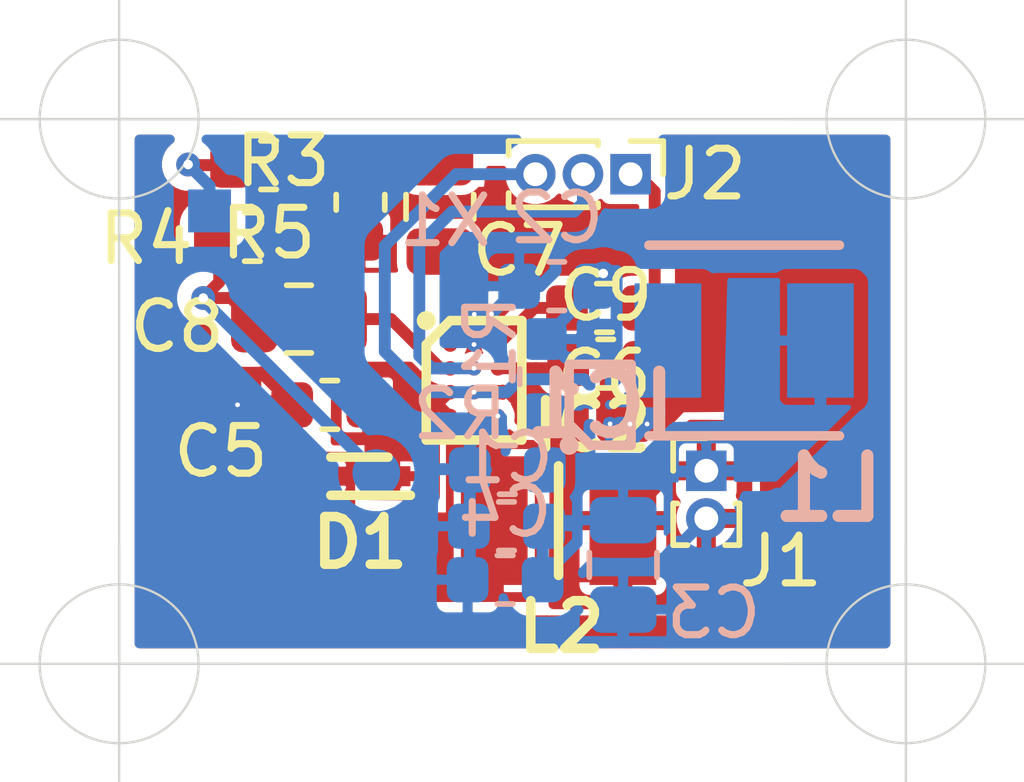
<source format=kicad_pcb>
(kicad_pcb (version 20171130) (host pcbnew "(5.1.10)-1")

  (general
    (thickness 1.6)
    (drawings 9)
    (tracks 197)
    (zones 0)
    (modules 22)
    (nets 18)
  )

  (page A4)
  (layers
    (0 F.Cu signal)
    (31 B.Cu signal hide)
    (32 B.Adhes user hide)
    (33 F.Adhes user hide)
    (34 B.Paste user hide)
    (35 F.Paste user hide)
    (36 B.SilkS user hide)
    (37 F.SilkS user hide)
    (38 B.Mask user hide)
    (39 F.Mask user hide)
    (40 Dwgs.User user hide)
    (41 Cmts.User user hide)
    (42 Eco1.User user hide)
    (43 Eco2.User user hide)
    (44 Edge.Cuts user)
    (45 Margin user hide)
    (46 B.CrtYd user hide)
    (47 F.CrtYd user hide)
    (48 B.Fab user)
    (49 F.Fab user hide)
  )

  (setup
    (last_trace_width 0.25)
    (user_trace_width 0.15)
    (user_trace_width 0.5)
    (trace_clearance 0.2)
    (zone_clearance 0.2)
    (zone_45_only no)
    (trace_min 0.15)
    (via_size 0.8)
    (via_drill 0.3)
    (via_min_size 0.4)
    (via_min_drill 0.3)
    (user_via 0.9 0.4)
    (uvia_size 0.3)
    (uvia_drill 0.1)
    (uvias_allowed no)
    (uvia_min_size 0.2)
    (uvia_min_drill 0.1)
    (edge_width 0.05)
    (segment_width 0.2)
    (pcb_text_width 0.3)
    (pcb_text_size 1.5 1.5)
    (mod_edge_width 0.12)
    (mod_text_size 1 1)
    (mod_text_width 0.15)
    (pad_size 1.524 1.524)
    (pad_drill 0.762)
    (pad_to_mask_clearance 0.051)
    (solder_mask_min_width 0.25)
    (pad_to_paste_clearance_ratio -0.1)
    (aux_axis_origin 0 0)
    (visible_elements 7EFDAE7F)
    (pcbplotparams
      (layerselection 0x010fc_ffffffff)
      (usegerberextensions false)
      (usegerberattributes false)
      (usegerberadvancedattributes false)
      (creategerberjobfile false)
      (excludeedgelayer true)
      (linewidth 0.100000)
      (plotframeref false)
      (viasonmask false)
      (mode 1)
      (useauxorigin false)
      (hpglpennumber 1)
      (hpglpenspeed 20)
      (hpglpendiameter 15.000000)
      (psnegative false)
      (psa4output false)
      (plotreference true)
      (plotvalue true)
      (plotinvisibletext false)
      (padsonsilk false)
      (subtractmaskfromsilk false)
      (outputformat 1)
      (mirror false)
      (drillshape 1)
      (scaleselection 1)
      (outputdirectory "Production data/"))
  )

  (net 0 "")
  (net 1 GND)
  (net 2 +3V3)
  (net 3 +15V)
  (net 4 "Net-(C5-Pad1)")
  (net 5 "Net-(C6-Pad2)")
  (net 6 /AUDIO_IN)
  (net 7 "Net-(C7-Pad2)")
  (net 8 /MEMS_POS_POLE)
  (net 9 "Net-(C8-Pad2)")
  (net 10 /MEMS_NEG_POLE)
  (net 11 "Net-(C9-Pad1)")
  (net 12 "Net-(IC1-PadB1)")
  (net 13 "Net-(D1-Pad2)")
  (net 14 /ENABLE)
  (net 15 "Net-(IC1-PadB2)")
  (net 16 /GAIN)
  (net 17 "Net-(C7-Pad1)")

  (net_class Default "Dit is de standaard class."
    (clearance 0.2)
    (trace_width 0.25)
    (via_dia 0.8)
    (via_drill 0.3)
    (uvia_dia 0.3)
    (uvia_drill 0.1)
    (add_net +15V)
    (add_net +3V3)
    (add_net /AUDIO_IN)
    (add_net /ENABLE)
    (add_net /GAIN)
    (add_net /MEMS_NEG_POLE)
    (add_net /MEMS_POS_POLE)
    (add_net GND)
    (add_net "Net-(C5-Pad1)")
    (add_net "Net-(C6-Pad2)")
    (add_net "Net-(C7-Pad1)")
    (add_net "Net-(C7-Pad2)")
    (add_net "Net-(C8-Pad2)")
    (add_net "Net-(C9-Pad1)")
    (add_net "Net-(D1-Pad2)")
    (add_net "Net-(IC1-PadB1)")
    (add_net "Net-(IC1-PadB2)")
  )

  (module SamacSys_Parts:BGA12C50P3X4_146X196X68 (layer F.Cu) (tedit 0) (tstamp 612E1B17)
    (at 133.17766 63.90024)
    (descr YZR0012)
    (tags "Integrated Circuit")
    (path /6128DFE1)
    (attr smd)
    (fp_text reference IC2 (at 2.47866 0.95612) (layer F.SilkS)
      (effects (font (size 1 1) (thickness 0.2)))
    )
    (fp_text value LM48580TL_NOPB (at 0 0) (layer F.SilkS) hide
      (effects (font (size 1.27 1.27) (thickness 0.254)))
    )
    (fp_line (start -1.745 -1.995) (end 1.745 -1.995) (layer F.CrtYd) (width 0.05))
    (fp_line (start 1.745 -1.995) (end 1.745 1.995) (layer F.CrtYd) (width 0.05))
    (fp_line (start 1.745 1.995) (end -1.745 1.995) (layer F.CrtYd) (width 0.05))
    (fp_line (start -1.745 1.995) (end -1.745 -1.995) (layer F.CrtYd) (width 0.05))
    (fp_line (start -0.73 -0.98) (end 0.73 -0.98) (layer F.Fab) (width 0.1))
    (fp_line (start 0.73 -0.98) (end 0.73 0.98) (layer F.Fab) (width 0.1))
    (fp_line (start 0.73 0.98) (end -0.73 0.98) (layer F.Fab) (width 0.1))
    (fp_line (start -0.73 0.98) (end -0.73 -0.98) (layer F.Fab) (width 0.1))
    (fp_line (start -0.73 -0.482) (end -0.232 -0.98) (layer F.Fab) (width 0.1))
    (fp_line (start -0.5 -1.253) (end 1.003 -1.253) (layer F.SilkS) (width 0.2))
    (fp_line (start 1.003 -1.253) (end 1.003 1.253) (layer F.SilkS) (width 0.2))
    (fp_line (start 1.003 1.253) (end -1.003 1.253) (layer F.SilkS) (width 0.2))
    (fp_line (start -1.003 1.253) (end -1.003 -0.75) (layer F.SilkS) (width 0.2))
    (fp_line (start -1.003 -0.75) (end -0.5 -1.253) (layer F.SilkS) (width 0.2))
    (fp_circle (center -1.003 -1.253) (end -1.003 -1.153) (layer F.SilkS) (width 0.2))
    (fp_text user %R (at 0 0 270) (layer F.Fab)
      (effects (font (size 1.27 1.27) (thickness 0.254)))
    )
    (pad D3 smd circle (at 0.5 0.75 90) (size 0.306 0.306) (layers F.Cu F.Paste F.Mask)
      (net 1 GND))
    (pad D2 smd circle (at 0 0.75 90) (size 0.306 0.306) (layers F.Cu F.Paste F.Mask)
      (net 13 "Net-(D1-Pad2)"))
    (pad D1 smd circle (at -0.5 0.75 90) (size 0.306 0.306) (layers F.Cu F.Paste F.Mask)
      (net 4 "Net-(C5-Pad1)"))
    (pad C3 smd circle (at 0.5 0.25 90) (size 0.306 0.306) (layers F.Cu F.Paste F.Mask)
      (net 2 +3V3))
    (pad C2 smd circle (at 0 0.25 90) (size 0.306 0.306) (layers F.Cu F.Paste F.Mask)
      (net 14 /ENABLE))
    (pad C1 smd circle (at -0.5 0.25 90) (size 0.306 0.306) (layers F.Cu F.Paste F.Mask)
      (net 4 "Net-(C5-Pad1)"))
    (pad B3 smd circle (at 0.5 -0.25 90) (size 0.306 0.306) (layers F.Cu F.Paste F.Mask)
      (net 11 "Net-(C9-Pad1)"))
    (pad B2 smd circle (at 0 -0.25 90) (size 0.306 0.306) (layers F.Cu F.Paste F.Mask)
      (net 16 /GAIN))
    (pad B1 smd circle (at -0.5 -0.25 90) (size 0.306 0.306) (layers F.Cu F.Paste F.Mask)
      (net 9 "Net-(C8-Pad2)"))
    (pad A3 smd circle (at 0.5 -0.75 90) (size 0.306 0.306) (layers F.Cu F.Paste F.Mask)
      (net 5 "Net-(C6-Pad2)"))
    (pad A2 smd circle (at 0 -0.75 90) (size 0.306 0.306) (layers F.Cu F.Paste F.Mask)
      (net 1 GND))
    (pad A1 smd circle (at -0.5 -0.75 90) (size 0.306 0.306) (layers F.Cu F.Paste F.Mask)
      (net 7 "Net-(C7-Pad2)"))
    (model C:\SamacSys_PCB_Library\KiCad\SamacSys_Parts.3dshapes\LM48580TLX_NOPB.stp
      (at (xyz 0 0 0))
      (scale (xyz 1 1 1))
      (rotate (xyz 0 0 0))
    )
  )

  (module Capacitor_SMD:C_0603_1608Metric (layer F.Cu) (tedit 5B301BBE) (tstamp 612A0327)
    (at 135.9153 62.3824 180)
    (descr "Capacitor SMD 0603 (1608 Metric), square (rectangular) end terminal, IPC_7351 nominal, (Body size source: http://www.tortai-tech.com/upload/download/2011102023233369053.pdf), generated with kicad-footprint-generator")
    (tags capacitor)
    (path /61293E5C)
    (attr smd)
    (fp_text reference C6 (at 0 -1.43) (layer F.SilkS)
      (effects (font (size 1 1) (thickness 0.15)))
    )
    (fp_text value 1µF (at 0 1.43) (layer F.Fab)
      (effects (font (size 1 1) (thickness 0.15)))
    )
    (fp_line (start -0.8 0.4) (end -0.8 -0.4) (layer F.Fab) (width 0.1))
    (fp_line (start -0.8 -0.4) (end 0.8 -0.4) (layer F.Fab) (width 0.1))
    (fp_line (start 0.8 -0.4) (end 0.8 0.4) (layer F.Fab) (width 0.1))
    (fp_line (start 0.8 0.4) (end -0.8 0.4) (layer F.Fab) (width 0.1))
    (fp_line (start -0.162779 -0.51) (end 0.162779 -0.51) (layer F.SilkS) (width 0.12))
    (fp_line (start -0.162779 0.51) (end 0.162779 0.51) (layer F.SilkS) (width 0.12))
    (fp_line (start -1.48 0.73) (end -1.48 -0.73) (layer F.CrtYd) (width 0.05))
    (fp_line (start -1.48 -0.73) (end 1.48 -0.73) (layer F.CrtYd) (width 0.05))
    (fp_line (start 1.48 -0.73) (end 1.48 0.73) (layer F.CrtYd) (width 0.05))
    (fp_line (start 1.48 0.73) (end -1.48 0.73) (layer F.CrtYd) (width 0.05))
    (fp_text user %R (at 0 0) (layer F.Fab)
      (effects (font (size 0.4 0.4) (thickness 0.06)))
    )
    (pad 2 smd roundrect (at 0.7875 0 180) (size 0.875 0.95) (layers F.Cu F.Paste F.Mask) (roundrect_rratio 0.25)
      (net 5 "Net-(C6-Pad2)"))
    (pad 1 smd roundrect (at -0.7875 0 180) (size 0.875 0.95) (layers F.Cu F.Paste F.Mask) (roundrect_rratio 0.25)
      (net 6 /AUDIO_IN))
    (model ${KISYS3DMOD}/Capacitor_SMD.3dshapes/C_0603_1608Metric.wrl
      (at (xyz 0 0 0))
      (scale (xyz 1 1 1))
      (rotate (xyz 0 0 0))
    )
  )

  (module Capacitor_SMD:C_0603_1608Metric (layer F.Cu) (tedit 5B301BBE) (tstamp 612A035A)
    (at 135.9408 63.5508)
    (descr "Capacitor SMD 0603 (1608 Metric), square (rectangular) end terminal, IPC_7351 nominal, (Body size source: http://www.tortai-tech.com/upload/download/2011102023233369053.pdf), generated with kicad-footprint-generator")
    (tags capacitor)
    (path /6129539A)
    (attr smd)
    (fp_text reference C9 (at 0 -1.43) (layer F.SilkS)
      (effects (font (size 1 1) (thickness 0.15)))
    )
    (fp_text value 1µF (at 0 1.43) (layer F.Fab)
      (effects (font (size 1 1) (thickness 0.15)))
    )
    (fp_line (start -0.8 0.4) (end -0.8 -0.4) (layer F.Fab) (width 0.1))
    (fp_line (start -0.8 -0.4) (end 0.8 -0.4) (layer F.Fab) (width 0.1))
    (fp_line (start 0.8 -0.4) (end 0.8 0.4) (layer F.Fab) (width 0.1))
    (fp_line (start 0.8 0.4) (end -0.8 0.4) (layer F.Fab) (width 0.1))
    (fp_line (start -0.162779 -0.51) (end 0.162779 -0.51) (layer F.SilkS) (width 0.12))
    (fp_line (start -0.162779 0.51) (end 0.162779 0.51) (layer F.SilkS) (width 0.12))
    (fp_line (start -1.48 0.73) (end -1.48 -0.73) (layer F.CrtYd) (width 0.05))
    (fp_line (start -1.48 -0.73) (end 1.48 -0.73) (layer F.CrtYd) (width 0.05))
    (fp_line (start 1.48 -0.73) (end 1.48 0.73) (layer F.CrtYd) (width 0.05))
    (fp_line (start 1.48 0.73) (end -1.48 0.73) (layer F.CrtYd) (width 0.05))
    (fp_text user %R (at 0 0 180) (layer F.Fab)
      (effects (font (size 0.4 0.4) (thickness 0.06)))
    )
    (pad 2 smd roundrect (at 0.7875 0) (size 0.875 0.95) (layers F.Cu F.Paste F.Mask) (roundrect_rratio 0.25)
      (net 1 GND))
    (pad 1 smd roundrect (at -0.7875 0) (size 0.875 0.95) (layers F.Cu F.Paste F.Mask) (roundrect_rratio 0.25)
      (net 11 "Net-(C9-Pad1)"))
    (model ${KISYS3DMOD}/Capacitor_SMD.3dshapes/C_0603_1608Metric.wrl
      (at (xyz 0 0 0))
      (scale (xyz 1 1 1))
      (rotate (xyz 0 0 0))
    )
  )

  (module Capacitor_SMD:C_0603_1608Metric (layer B.Cu) (tedit 5B301BBE) (tstamp 612D148E)
    (at 133.83016 68.0847 180)
    (descr "Capacitor SMD 0603 (1608 Metric), square (rectangular) end terminal, IPC_7351 nominal, (Body size source: http://www.tortai-tech.com/upload/download/2011102023233369053.pdf), generated with kicad-footprint-generator")
    (tags capacitor)
    (path /612924BE)
    (attr smd)
    (fp_text reference C4 (at 0 1.43) (layer B.SilkS)
      (effects (font (size 1 1) (thickness 0.15)) (justify mirror))
    )
    (fp_text value 1µF (at 0 -1.43) (layer B.Fab)
      (effects (font (size 1 1) (thickness 0.15)) (justify mirror))
    )
    (fp_line (start -0.8 -0.4) (end -0.8 0.4) (layer B.Fab) (width 0.1))
    (fp_line (start -0.8 0.4) (end 0.8 0.4) (layer B.Fab) (width 0.1))
    (fp_line (start 0.8 0.4) (end 0.8 -0.4) (layer B.Fab) (width 0.1))
    (fp_line (start 0.8 -0.4) (end -0.8 -0.4) (layer B.Fab) (width 0.1))
    (fp_line (start -0.162779 0.51) (end 0.162779 0.51) (layer B.SilkS) (width 0.12))
    (fp_line (start -0.162779 -0.51) (end 0.162779 -0.51) (layer B.SilkS) (width 0.12))
    (fp_line (start -1.48 -0.73) (end -1.48 0.73) (layer B.CrtYd) (width 0.05))
    (fp_line (start -1.48 0.73) (end 1.48 0.73) (layer B.CrtYd) (width 0.05))
    (fp_line (start 1.48 0.73) (end 1.48 -0.73) (layer B.CrtYd) (width 0.05))
    (fp_line (start 1.48 -0.73) (end -1.48 -0.73) (layer B.CrtYd) (width 0.05))
    (fp_text user %R (at 0 0) (layer B.Fab)
      (effects (font (size 0.4 0.4) (thickness 0.06)) (justify mirror))
    )
    (pad 2 smd roundrect (at 0.7875 0 180) (size 0.875 0.95) (layers B.Cu B.Paste B.Mask) (roundrect_rratio 0.25)
      (net 1 GND))
    (pad 1 smd roundrect (at -0.7875 0 180) (size 0.875 0.95) (layers B.Cu B.Paste B.Mask) (roundrect_rratio 0.25)
      (net 2 +3V3))
    (model ${KISYS3DMOD}/Capacitor_SMD.3dshapes/C_0603_1608Metric.wrl
      (at (xyz 0 0 0))
      (scale (xyz 1 1 1))
      (rotate (xyz 0 0 0))
    )
  )

  (module Capacitor_SMD:C_0603_1608Metric (layer B.Cu) (tedit 5B301BBE) (tstamp 612A02E3)
    (at 134.91214 61.9252 180)
    (descr "Capacitor SMD 0603 (1608 Metric), square (rectangular) end terminal, IPC_7351 nominal, (Body size source: http://www.tortai-tech.com/upload/download/2011102023233369053.pdf), generated with kicad-footprint-generator")
    (tags capacitor)
    (path /61291D9C)
    (attr smd)
    (fp_text reference C2 (at 0 1.43) (layer B.SilkS)
      (effects (font (size 1 1) (thickness 0.15)) (justify mirror))
    )
    (fp_text value 2,2µF (at 0 -1.43) (layer B.Fab)
      (effects (font (size 1 1) (thickness 0.15)) (justify mirror))
    )
    (fp_line (start -0.8 -0.4) (end -0.8 0.4) (layer B.Fab) (width 0.1))
    (fp_line (start -0.8 0.4) (end 0.8 0.4) (layer B.Fab) (width 0.1))
    (fp_line (start 0.8 0.4) (end 0.8 -0.4) (layer B.Fab) (width 0.1))
    (fp_line (start 0.8 -0.4) (end -0.8 -0.4) (layer B.Fab) (width 0.1))
    (fp_line (start -0.162779 0.51) (end 0.162779 0.51) (layer B.SilkS) (width 0.12))
    (fp_line (start -0.162779 -0.51) (end 0.162779 -0.51) (layer B.SilkS) (width 0.12))
    (fp_line (start -1.48 -0.73) (end -1.48 0.73) (layer B.CrtYd) (width 0.05))
    (fp_line (start -1.48 0.73) (end 1.48 0.73) (layer B.CrtYd) (width 0.05))
    (fp_line (start 1.48 0.73) (end 1.48 -0.73) (layer B.CrtYd) (width 0.05))
    (fp_line (start 1.48 -0.73) (end -1.48 -0.73) (layer B.CrtYd) (width 0.05))
    (fp_text user %R (at 0 0) (layer B.Fab)
      (effects (font (size 0.4 0.4) (thickness 0.06)) (justify mirror))
    )
    (pad 2 smd roundrect (at 0.7875 0 180) (size 0.875 0.95) (layers B.Cu B.Paste B.Mask) (roundrect_rratio 0.25)
      (net 1 GND))
    (pad 1 smd roundrect (at -0.7875 0 180) (size 0.875 0.95) (layers B.Cu B.Paste B.Mask) (roundrect_rratio 0.25)
      (net 3 +15V))
    (model ${KISYS3DMOD}/Capacitor_SMD.3dshapes/C_0603_1608Metric.wrl
      (at (xyz 0 0 0))
      (scale (xyz 1 1 1))
      (rotate (xyz 0 0 0))
    )
  )

  (module Capacitor_SMD:C_0603_1608Metric (layer B.Cu) (tedit 5B301BBE) (tstamp 612EDE19)
    (at 133.85804 66.96202 180)
    (descr "Capacitor SMD 0603 (1608 Metric), square (rectangular) end terminal, IPC_7351 nominal, (Body size source: http://www.tortai-tech.com/upload/download/2011102023233369053.pdf), generated with kicad-footprint-generator")
    (tags capacitor)
    (path /612919F6)
    (attr smd)
    (fp_text reference C1 (at 0 1.43) (layer B.SilkS)
      (effects (font (size 1 1) (thickness 0.15)) (justify mirror))
    )
    (fp_text value 1µF (at 0 -1.43) (layer B.Fab)
      (effects (font (size 1 1) (thickness 0.15)) (justify mirror))
    )
    (fp_line (start -0.8 -0.4) (end -0.8 0.4) (layer B.Fab) (width 0.1))
    (fp_line (start -0.8 0.4) (end 0.8 0.4) (layer B.Fab) (width 0.1))
    (fp_line (start 0.8 0.4) (end 0.8 -0.4) (layer B.Fab) (width 0.1))
    (fp_line (start 0.8 -0.4) (end -0.8 -0.4) (layer B.Fab) (width 0.1))
    (fp_line (start -0.162779 0.51) (end 0.162779 0.51) (layer B.SilkS) (width 0.12))
    (fp_line (start -0.162779 -0.51) (end 0.162779 -0.51) (layer B.SilkS) (width 0.12))
    (fp_line (start -1.48 -0.73) (end -1.48 0.73) (layer B.CrtYd) (width 0.05))
    (fp_line (start -1.48 0.73) (end 1.48 0.73) (layer B.CrtYd) (width 0.05))
    (fp_line (start 1.48 0.73) (end 1.48 -0.73) (layer B.CrtYd) (width 0.05))
    (fp_line (start 1.48 -0.73) (end -1.48 -0.73) (layer B.CrtYd) (width 0.05))
    (fp_text user %R (at 0 0) (layer B.Fab)
      (effects (font (size 0.4 0.4) (thickness 0.06)) (justify mirror))
    )
    (pad 2 smd roundrect (at 0.7875 0 180) (size 0.875 0.95) (layers B.Cu B.Paste B.Mask) (roundrect_rratio 0.25)
      (net 1 GND))
    (pad 1 smd roundrect (at -0.7875 0 180) (size 0.875 0.95) (layers B.Cu B.Paste B.Mask) (roundrect_rratio 0.25)
      (net 2 +3V3))
    (model ${KISYS3DMOD}/Capacitor_SMD.3dshapes/C_0603_1608Metric.wrl
      (at (xyz 0 0 0))
      (scale (xyz 1 1 1))
      (rotate (xyz 0 0 0))
    )
  )

  (module Resistor_SMD:R_0603_1608Metric (layer F.Cu) (tedit 5B301BBD) (tstamp 6142BD48)
    (at 128.867 59.3852 180)
    (descr "Resistor SMD 0603 (1608 Metric), square (rectangular) end terminal, IPC_7351 nominal, (Body size source: http://www.tortai-tech.com/upload/download/2011102023233369053.pdf), generated with kicad-footprint-generator")
    (tags resistor)
    (path /61425988)
    (attr smd)
    (fp_text reference R5 (at 0 -1.43) (layer F.SilkS)
      (effects (font (size 1 1) (thickness 0.15)))
    )
    (fp_text value 10 (at 0 1.43) (layer F.Fab)
      (effects (font (size 1 1) (thickness 0.15)))
    )
    (fp_line (start -0.8 0.4) (end -0.8 -0.4) (layer F.Fab) (width 0.1))
    (fp_line (start -0.8 -0.4) (end 0.8 -0.4) (layer F.Fab) (width 0.1))
    (fp_line (start 0.8 -0.4) (end 0.8 0.4) (layer F.Fab) (width 0.1))
    (fp_line (start 0.8 0.4) (end -0.8 0.4) (layer F.Fab) (width 0.1))
    (fp_line (start -0.162779 -0.51) (end 0.162779 -0.51) (layer F.SilkS) (width 0.12))
    (fp_line (start -0.162779 0.51) (end 0.162779 0.51) (layer F.SilkS) (width 0.12))
    (fp_line (start -1.48 0.73) (end -1.48 -0.73) (layer F.CrtYd) (width 0.05))
    (fp_line (start -1.48 -0.73) (end 1.48 -0.73) (layer F.CrtYd) (width 0.05))
    (fp_line (start 1.48 -0.73) (end 1.48 0.73) (layer F.CrtYd) (width 0.05))
    (fp_line (start 1.48 0.73) (end -1.48 0.73) (layer F.CrtYd) (width 0.05))
    (fp_text user %R (at 0 0) (layer F.Fab)
      (effects (font (size 0.4 0.4) (thickness 0.06)))
    )
    (pad 2 smd roundrect (at 0.7875 0 180) (size 0.875 0.95) (layers F.Cu F.Paste F.Mask) (roundrect_rratio 0.25)
      (net 8 /MEMS_POS_POLE))
    (pad 1 smd roundrect (at -0.7875 0 180) (size 0.875 0.95) (layers F.Cu F.Paste F.Mask) (roundrect_rratio 0.25)
      (net 17 "Net-(C7-Pad1)"))
    (model ${KISYS3DMOD}/Resistor_SMD.3dshapes/R_0603_1608Metric.wrl
      (at (xyz 0 0 0))
      (scale (xyz 1 1 1))
      (rotate (xyz 0 0 0))
    )
  )

  (module Capacitor_SMD:C_0805_2012Metric (layer B.Cu) (tedit 5B36C52B) (tstamp 6154ACB8)
    (at 136.30656 67.77458 270)
    (descr "Capacitor SMD 0805 (2012 Metric), square (rectangular) end terminal, IPC_7351 nominal, (Body size source: https://docs.google.com/spreadsheets/d/1BsfQQcO9C6DZCsRaXUlFlo91Tg2WpOkGARC1WS5S8t0/edit?usp=sharing), generated with kicad-footprint-generator")
    (tags capacitor)
    (path /6129228D)
    (attr smd)
    (fp_text reference C3 (at 1.00862 -1.90246 180) (layer B.SilkS)
      (effects (font (size 1 1) (thickness 0.15)) (justify mirror))
    )
    (fp_text value 10µF (at 0 -1.65 90) (layer B.Fab)
      (effects (font (size 1 1) (thickness 0.15)) (justify mirror))
    )
    (fp_line (start -1 -0.6) (end -1 0.6) (layer B.Fab) (width 0.1))
    (fp_line (start -1 0.6) (end 1 0.6) (layer B.Fab) (width 0.1))
    (fp_line (start 1 0.6) (end 1 -0.6) (layer B.Fab) (width 0.1))
    (fp_line (start 1 -0.6) (end -1 -0.6) (layer B.Fab) (width 0.1))
    (fp_line (start -0.258578 0.71) (end 0.258578 0.71) (layer B.SilkS) (width 0.12))
    (fp_line (start -0.258578 -0.71) (end 0.258578 -0.71) (layer B.SilkS) (width 0.12))
    (fp_line (start -1.68 -0.95) (end -1.68 0.95) (layer B.CrtYd) (width 0.05))
    (fp_line (start -1.68 0.95) (end 1.68 0.95) (layer B.CrtYd) (width 0.05))
    (fp_line (start 1.68 0.95) (end 1.68 -0.95) (layer B.CrtYd) (width 0.05))
    (fp_line (start 1.68 -0.95) (end -1.68 -0.95) (layer B.CrtYd) (width 0.05))
    (fp_text user %R (at -0.00992 -0.0254 90) (layer B.Fab)
      (effects (font (size 0.5 0.5) (thickness 0.08)) (justify mirror))
    )
    (pad 2 smd roundrect (at 0.9375 0 270) (size 0.975 1.4) (layers B.Cu B.Paste B.Mask) (roundrect_rratio 0.25)
      (net 1 GND))
    (pad 1 smd roundrect (at -0.9375 0 270) (size 0.975 1.4) (layers B.Cu B.Paste B.Mask) (roundrect_rratio 0.25)
      (net 2 +3V3))
    (model ${KISYS3DMOD}/Capacitor_SMD.3dshapes/C_0805_2012Metric.wrl
      (at (xyz 0 0 0))
      (scale (xyz 1 1 1))
      (rotate (xyz 0 0 0))
    )
  )

  (module SamacSys_Parts:Adap_UT_P2019 (layer B.Cu) (tedit 612BF0E0) (tstamp 612F5745)
    (at 129.37744 63.09614 270)
    (path /612D2EC1)
    (solder_mask_margin 0.2)
    (solder_paste_ratio -0.1)
    (clearance 0.2)
    (attr smd)
    (fp_text reference X1 (at -2.54 -3.19278) (layer B.SilkS)
      (effects (font (size 1 1) (thickness 0.15)) (justify mirror))
    )
    (fp_text value Adap_UT_P2019 (at 0.053071 -2.987991 270) (layer B.Fab)
      (effects (font (size 1 1) (thickness 0.15)) (justify mirror))
    )
    (fp_line (start -3.35 -2.35) (end 3.35 -2.35) (layer B.Fab) (width 0.12))
    (fp_line (start -3.35 -2.35) (end -3.35 2.35) (layer B.Fab) (width 0.12))
    (fp_line (start 3.35 -2.35) (end 3.35 2.35) (layer B.Fab) (width 0.12))
    (fp_line (start -3.35 2.35) (end 3.35 2.35) (layer B.Fab) (width 0.12))
    (pad 2 smd circle (at 2.75 -1.75 270) (size 1 1) (layers B.Cu B.Paste B.Mask)
      (net 10 /MEMS_NEG_POLE) (zone_connect 0))
    (pad 1 smd custom (at -2.75 1.75 270) (size 0.9 0.9) (layers B.Cu B.Paste B.Mask)
      (net 8 /MEMS_POS_POLE) (zone_connect 0)
      (options (clearance outline) (anchor rect))
      (primitives
      ))
  )

  (module Connector_PinHeader_1.00mm:PinHeader_1x03_P1.00mm_Vertical (layer F.Cu) (tedit 59FED738) (tstamp 612F29F6)
    (at 136.46328 59.5757 270)
    (descr "Through hole straight pin header, 1x03, 1.00mm pitch, single row")
    (tags "Through hole pin header THT 1x03 1.00mm single row")
    (path /613DD78B)
    (fp_text reference J2 (at 0 -1.56 180) (layer F.SilkS)
      (effects (font (size 1 1) (thickness 0.15)))
    )
    (fp_text value Control (at 0 3.56 90) (layer F.Fab)
      (effects (font (size 1 1) (thickness 0.15)))
    )
    (fp_line (start -0.3175 -0.5) (end 0.635 -0.5) (layer F.Fab) (width 0.1))
    (fp_line (start 0.635 -0.5) (end 0.635 2.5) (layer F.Fab) (width 0.1))
    (fp_line (start 0.635 2.5) (end -0.635 2.5) (layer F.Fab) (width 0.1))
    (fp_line (start -0.635 2.5) (end -0.635 -0.1825) (layer F.Fab) (width 0.1))
    (fp_line (start -0.635 -0.1825) (end -0.3175 -0.5) (layer F.Fab) (width 0.1))
    (fp_line (start -0.695 2.56) (end -0.394493 2.56) (layer F.SilkS) (width 0.12))
    (fp_line (start 0.394493 2.56) (end 0.695 2.56) (layer F.SilkS) (width 0.12))
    (fp_line (start -0.695 0.685) (end -0.695 2.56) (layer F.SilkS) (width 0.12))
    (fp_line (start 0.695 0.685) (end 0.695 2.56) (layer F.SilkS) (width 0.12))
    (fp_line (start -0.695 0.685) (end -0.608276 0.685) (layer F.SilkS) (width 0.12))
    (fp_line (start 0.608276 0.685) (end 0.695 0.685) (layer F.SilkS) (width 0.12))
    (fp_line (start -0.695 0) (end -0.695 -0.685) (layer F.SilkS) (width 0.12))
    (fp_line (start -0.695 -0.685) (end 0 -0.685) (layer F.SilkS) (width 0.12))
    (fp_line (start -1.15 -1) (end -1.15 3) (layer F.CrtYd) (width 0.05))
    (fp_line (start -1.15 3) (end 1.15 3) (layer F.CrtYd) (width 0.05))
    (fp_line (start 1.15 3) (end 1.15 -1) (layer F.CrtYd) (width 0.05))
    (fp_line (start 1.15 -1) (end -1.15 -1) (layer F.CrtYd) (width 0.05))
    (fp_text user %R (at 0 1) (layer F.Fab)
      (effects (font (size 0.76 0.76) (thickness 0.114)))
    )
    (pad 3 thru_hole oval (at 0 2 270) (size 0.85 0.85) (drill 0.5) (layers *.Cu *.Mask)
      (net 14 /ENABLE))
    (pad 2 thru_hole oval (at 0 1 270) (size 0.85 0.85) (drill 0.5) (layers *.Cu *.Mask)
      (net 16 /GAIN))
    (pad 1 thru_hole rect (at 0 0 270) (size 0.85 0.85) (drill 0.5) (layers *.Cu *.Mask)
      (net 6 /AUDIO_IN))
    (model ${KISYS3DMOD}/Connector_PinHeader_1.00mm.3dshapes/PinHeader_1x03_P1.00mm_Vertical.wrl
      (at (xyz 0 0 0))
      (scale (xyz 1 1 1))
      (rotate (xyz 0 0 0))
    )
  )

  (module Connector_PinHeader_1.00mm:PinHeader_1x02_P1.00mm_Vertical (layer F.Cu) (tedit 59FED738) (tstamp 612F29DD)
    (at 138.05154 65.79946)
    (descr "Through hole straight pin header, 1x02, 1.00mm pitch, single row")
    (tags "Through hole pin header THT 1x02 1.00mm single row")
    (path /613DDE57)
    (fp_text reference J1 (at 1.5621 1.89662) (layer F.SilkS)
      (effects (font (size 1 1) (thickness 0.15)))
    )
    (fp_text value Power (at 0 2.56) (layer F.Fab)
      (effects (font (size 1 1) (thickness 0.15)))
    )
    (fp_line (start -0.3175 -0.5) (end 0.635 -0.5) (layer F.Fab) (width 0.1))
    (fp_line (start 0.635 -0.5) (end 0.635 1.5) (layer F.Fab) (width 0.1))
    (fp_line (start 0.635 1.5) (end -0.635 1.5) (layer F.Fab) (width 0.1))
    (fp_line (start -0.635 1.5) (end -0.635 -0.1825) (layer F.Fab) (width 0.1))
    (fp_line (start -0.635 -0.1825) (end -0.3175 -0.5) (layer F.Fab) (width 0.1))
    (fp_line (start -0.695 1.56) (end -0.394493 1.56) (layer F.SilkS) (width 0.12))
    (fp_line (start 0.394493 1.56) (end 0.695 1.56) (layer F.SilkS) (width 0.12))
    (fp_line (start -0.695 0.685) (end -0.695 1.56) (layer F.SilkS) (width 0.12))
    (fp_line (start 0.695 0.685) (end 0.695 1.56) (layer F.SilkS) (width 0.12))
    (fp_line (start -0.695 0.685) (end -0.608276 0.685) (layer F.SilkS) (width 0.12))
    (fp_line (start 0.608276 0.685) (end 0.695 0.685) (layer F.SilkS) (width 0.12))
    (fp_line (start -0.695 0) (end -0.695 -0.685) (layer F.SilkS) (width 0.12))
    (fp_line (start -0.695 -0.685) (end 0 -0.685) (layer F.SilkS) (width 0.12))
    (fp_line (start -1.15 -1) (end -1.15 2) (layer F.CrtYd) (width 0.05))
    (fp_line (start -1.15 2) (end 1.15 2) (layer F.CrtYd) (width 0.05))
    (fp_line (start 1.15 2) (end 1.15 -1) (layer F.CrtYd) (width 0.05))
    (fp_line (start 1.15 -1) (end -1.15 -1) (layer F.CrtYd) (width 0.05))
    (fp_text user %R (at 0 0.5 90) (layer F.Fab)
      (effects (font (size 0.76 0.76) (thickness 0.114)))
    )
    (pad 2 thru_hole oval (at 0 1) (size 0.85 0.85) (drill 0.5) (layers *.Cu *.Mask)
      (net 1 GND))
    (pad 1 thru_hole rect (at 0 0) (size 0.85 0.85) (drill 0.5) (layers *.Cu *.Mask)
      (net 2 +3V3))
    (model ${KISYS3DMOD}/Connector_PinHeader_1.00mm.3dshapes/PinHeader_1x02_P1.00mm_Vertical.wrl
      (at (xyz 0 0 0))
      (scale (xyz 1 1 1))
      (rotate (xyz 0 0 0))
    )
  )

  (module SamacSys_Parts:BGA6C40P2X3_79X119X62 (layer B.Cu) (tedit 0) (tstamp 61324D45)
    (at 135.82396 64.4144)
    (descr "WCSP (6)")
    (tags "Integrated Circuit")
    (path /6128F8E7)
    (attr smd)
    (fp_text reference IC1 (at 0 0 180) (layer B.SilkS)
      (effects (font (size 1.27 1.27) (thickness 0.254)) (justify mirror))
    )
    (fp_text value TPS61046YFFR (at 0 0 180) (layer B.SilkS) hide
      (effects (font (size 1.27 1.27) (thickness 0.254)) (justify mirror))
    )
    (fp_line (start -1.411 1.611) (end 1.411 1.611) (layer B.CrtYd) (width 0.05))
    (fp_line (start 1.411 1.611) (end 1.411 -1.611) (layer B.CrtYd) (width 0.05))
    (fp_line (start 1.411 -1.611) (end -1.411 -1.611) (layer B.CrtYd) (width 0.05))
    (fp_line (start -1.411 -1.611) (end -1.411 1.611) (layer B.CrtYd) (width 0.05))
    (fp_line (start -0.396 0.596) (end 0.396 0.596) (layer B.Fab) (width 0.1))
    (fp_line (start 0.396 0.596) (end 0.396 -0.596) (layer B.Fab) (width 0.1))
    (fp_line (start 0.396 -0.596) (end -0.396 -0.596) (layer B.Fab) (width 0.1))
    (fp_line (start -0.396 -0.596) (end -0.396 0.596) (layer B.Fab) (width 0.1))
    (fp_line (start -0.396 0.29) (end -0.09 0.596) (layer B.Fab) (width 0.1))
    (fp_line (start -0.2 0.85) (end 0.65 0.85) (layer B.SilkS) (width 0.2))
    (fp_line (start 0.65 0.85) (end 0.65 -0.85) (layer B.SilkS) (width 0.2))
    (fp_line (start 0.65 -0.85) (end -0.65 -0.85) (layer B.SilkS) (width 0.2))
    (fp_line (start -0.65 -0.85) (end -0.65 0.4) (layer B.SilkS) (width 0.2))
    (fp_line (start -0.65 0.4) (end -0.2 0.85) (layer B.SilkS) (width 0.2))
    (fp_circle (center -0.65 0.85) (end -0.65 0.75) (layer B.SilkS) (width 0.2))
    (fp_text user %R (at -1.143 0.381 180) (layer B.Fab)
      (effects (font (size 0.57 0.57) (thickness 0.1425)) (justify mirror))
    )
    (pad C2 smd circle (at 0.2 -0.4 270) (size 0.2 0.2) (layers B.Cu B.Paste B.Mask)
      (net 3 +15V))
    (pad C1 smd circle (at -0.2 -0.4 270) (size 0.2 0.2) (layers B.Cu B.Paste B.Mask)
      (net 14 /ENABLE))
    (pad B2 smd circle (at 0.2 0 270) (size 0.2 0.2) (layers B.Cu B.Paste B.Mask)
      (net 15 "Net-(IC1-PadB2)"))
    (pad B1 smd circle (at -0.2 0 270) (size 0.2 0.2) (layers B.Cu B.Paste B.Mask)
      (net 12 "Net-(IC1-PadB1)"))
    (pad A2 smd circle (at 0.2 0.4 270) (size 0.2 0.2) (layers B.Cu B.Paste B.Mask)
      (net 1 GND))
    (pad A1 smd circle (at -0.2 0.4 270) (size 0.2 0.2) (layers B.Cu B.Paste B.Mask)
      (net 2 +3V3))
    (model C:\SamacSys_PCB_Library\KiCad\SamacSys_Parts.3dshapes\TPS61046YFFR.stp
      (at (xyz 0 0 0))
      (scale (xyz 1 1 1))
      (rotate (xyz 0 0 0))
    )
  )

  (module SamacSys_Parts:INDC3225X170N (layer F.Cu) (tedit 0) (tstamp 612D1430)
    (at 134.95148 66.84518)
    (descr 1210/3225)
    (tags Inductor)
    (path /614A4A48)
    (attr smd)
    (fp_text reference L2 (at 0.05968 2.22758) (layer F.SilkS)
      (effects (font (size 1 1) (thickness 0.2)))
    )
    (fp_text value BRL3225T4R7M (at 0 0) (layer F.SilkS) hide
      (effects (font (size 1.27 1.27) (thickness 0.254)))
    )
    (fp_line (start 0 -1.15) (end 0 1.15) (layer F.SilkS) (width 0.2))
    (fp_line (start -1.6 1.25) (end -1.6 -1.25) (layer F.Fab) (width 0.1))
    (fp_line (start 1.6 1.25) (end -1.6 1.25) (layer F.Fab) (width 0.1))
    (fp_line (start 1.6 -1.25) (end 1.6 1.25) (layer F.Fab) (width 0.1))
    (fp_line (start -1.6 -1.25) (end 1.6 -1.25) (layer F.Fab) (width 0.1))
    (fp_line (start -2.3 1.6) (end -2.3 -1.6) (layer F.CrtYd) (width 0.05))
    (fp_line (start 2.3 1.6) (end -2.3 1.6) (layer F.CrtYd) (width 0.05))
    (fp_line (start 2.3 -1.6) (end 2.3 1.6) (layer F.CrtYd) (width 0.05))
    (fp_line (start -2.3 -1.6) (end 2.3 -1.6) (layer F.CrtYd) (width 0.05))
    (fp_text user %R (at 0 0) (layer F.Fab)
      (effects (font (size 1.27 1.27) (thickness 0.254)))
    )
    (pad 1 smd rect (at -1.35 0) (size 1.4 2.7) (layers F.Cu F.Paste F.Mask)
      (net 13 "Net-(D1-Pad2)"))
    (pad 2 smd rect (at 1.35 0) (size 1.4 2.7) (layers F.Cu F.Paste F.Mask)
      (net 2 +3V3))
    (model C:\SamacSys_PCB_Library\KiCad\SamacSys_Parts.3dshapes\BRL3225T4R7M.stp
      (at (xyz 0 0 0))
      (scale (xyz 1 1 1))
      (rotate (xyz 0 0 0))
    )
  )

  (module SamacSys_Parts:FDSD0420WH150MP3 (layer B.Cu) (tedit 0) (tstamp 612D2F32)
    (at 138.84656 63.06566 180)
    (descr "1515 (4040) T=2.0mm")
    (tags Inductor)
    (path /614C1FFE)
    (attr smd)
    (fp_text reference L1 (at -1.76784 -3.10642 180) (layer B.SilkS)
      (effects (font (size 1.27 1.27) (thickness 0.254)) (justify mirror))
    )
    (fp_text value FDSD0420-H-100M=P3 (at 0 0 180) (layer B.SilkS) hide
      (effects (font (size 1.27 1.27) (thickness 0.254)) (justify mirror))
    )
    (fp_line (start -2 -2) (end 2 -2) (layer B.SilkS) (width 0.2))
    (fp_line (start 2 2) (end -2 2) (layer B.SilkS) (width 0.2))
    (fp_line (start -2 -2) (end -2 2) (layer B.Fab) (width 0.1))
    (fp_line (start 2 -2) (end -2 -2) (layer B.Fab) (width 0.1))
    (fp_line (start 2 2) (end 2 -2) (layer B.Fab) (width 0.1))
    (fp_line (start -2 2) (end 2 2) (layer B.Fab) (width 0.1))
    (fp_line (start -2.85 -2.35) (end -2.85 2.35) (layer B.CrtYd) (width 0.05))
    (fp_line (start 2.85 -2.35) (end -2.85 -2.35) (layer B.CrtYd) (width 0.05))
    (fp_line (start 2.85 2.35) (end 2.85 -2.35) (layer B.CrtYd) (width 0.05))
    (fp_line (start -2.85 2.35) (end 2.85 2.35) (layer B.CrtYd) (width 0.05))
    (fp_text user %R (at -1.11252 2.96418 180) (layer B.Fab)
      (effects (font (size 1.27 1.27) (thickness 0.254)) (justify mirror))
    )
    (pad 1 smd rect (at -1.6 0 180) (size 1.4 2.4) (layers B.Cu B.Paste B.Mask)
      (net 2 +3V3))
    (pad 2 smd rect (at 1.6 0 180) (size 1.4 2.4) (layers B.Cu B.Paste B.Mask)
      (net 15 "Net-(IC1-PadB2)"))
    (model C:\SamacSys_PCB_Library\KiCad\SamacSys_Parts.3dshapes\FDSD0420-H-100M=P3.stp
      (at (xyz 0 0 0))
      (scale (xyz 1 1 1))
      (rotate (xyz 0 0 0))
    )
  )

  (module SamacSys_Parts:SODFL1608X70N (layer F.Cu) (tedit 0) (tstamp 612F349F)
    (at 130.7726 65.913 180)
    (descr "SOD-523 CASE 502")
    (tags Diode)
    (path /612F0BD4)
    (attr smd)
    (fp_text reference D1 (at -0.012 -1.39446) (layer F.SilkS)
      (effects (font (size 1 1) (thickness 0.2)))
    )
    (fp_text value NSR0520V2T1G (at 0 0) (layer F.SilkS) hide
      (effects (font (size 1.27 1.27) (thickness 0.254)))
    )
    (fp_line (start -1.22 -0.6) (end 1.22 -0.6) (layer F.CrtYd) (width 0.05))
    (fp_line (start 1.22 -0.6) (end 1.22 0.6) (layer F.CrtYd) (width 0.05))
    (fp_line (start 1.22 0.6) (end -1.22 0.6) (layer F.CrtYd) (width 0.05))
    (fp_line (start -1.22 0.6) (end -1.22 -0.6) (layer F.CrtYd) (width 0.05))
    (fp_line (start -0.6 -0.4) (end 0.6 -0.4) (layer F.Fab) (width 0.1))
    (fp_line (start 0.6 -0.4) (end 0.6 0.4) (layer F.Fab) (width 0.1))
    (fp_line (start 0.6 0.4) (end -0.6 0.4) (layer F.Fab) (width 0.1))
    (fp_line (start -0.6 0.4) (end -0.6 -0.4) (layer F.Fab) (width 0.1))
    (fp_line (start -0.6 -0.08) (end -0.28 -0.4) (layer F.Fab) (width 0.1))
    (fp_line (start -1.07 -0.4) (end 0.6 -0.4) (layer F.SilkS) (width 0.2))
    (fp_line (start -0.6 0.4) (end 0.6 0.4) (layer F.SilkS) (width 0.2))
    (fp_text user %R (at 0 0) (layer F.Fab)
      (effects (font (size 1.27 1.27) (thickness 0.254)))
    )
    (pad 2 smd rect (at 0.75 0 270) (size 0.42 0.64) (layers F.Cu F.Paste F.Mask)
      (net 13 "Net-(D1-Pad2)"))
    (pad 1 smd rect (at -0.75 0 270) (size 0.42 0.64) (layers F.Cu F.Paste F.Mask)
      (net 4 "Net-(C5-Pad1)"))
    (model C:\SamacSys_PCB_Library\KiCad\SamacSys_Parts.3dshapes\NSR0520V2T1G.stp
      (at (xyz 0 0 0))
      (scale (xyz 1 1 1))
      (rotate (xyz 0 0 0))
    )
  )

  (module Resistor_SMD:R_0603_1608Metric (layer F.Cu) (tedit 5B301BBD) (tstamp 612A039E)
    (at 128.52664 60.89142)
    (descr "Resistor SMD 0603 (1608 Metric), square (rectangular) end terminal, IPC_7351 nominal, (Body size source: http://www.tortai-tech.com/upload/download/2011102023233369053.pdf), generated with kicad-footprint-generator")
    (tags resistor)
    (path /61296F66)
    (attr smd)
    (fp_text reference R4 (at -2.22494 0.04064) (layer F.SilkS)
      (effects (font (size 1 1) (thickness 0.15)))
    )
    (fp_text value 100k (at 0 1.43) (layer F.Fab)
      (effects (font (size 1 1) (thickness 0.15)))
    )
    (fp_line (start -0.8 0.4) (end -0.8 -0.4) (layer F.Fab) (width 0.1))
    (fp_line (start -0.8 -0.4) (end 0.8 -0.4) (layer F.Fab) (width 0.1))
    (fp_line (start 0.8 -0.4) (end 0.8 0.4) (layer F.Fab) (width 0.1))
    (fp_line (start 0.8 0.4) (end -0.8 0.4) (layer F.Fab) (width 0.1))
    (fp_line (start -0.162779 -0.51) (end 0.162779 -0.51) (layer F.SilkS) (width 0.12))
    (fp_line (start -0.162779 0.51) (end 0.162779 0.51) (layer F.SilkS) (width 0.12))
    (fp_line (start -1.48 0.73) (end -1.48 -0.73) (layer F.CrtYd) (width 0.05))
    (fp_line (start -1.48 -0.73) (end 1.48 -0.73) (layer F.CrtYd) (width 0.05))
    (fp_line (start 1.48 -0.73) (end 1.48 0.73) (layer F.CrtYd) (width 0.05))
    (fp_line (start 1.48 0.73) (end -1.48 0.73) (layer F.CrtYd) (width 0.05))
    (fp_text user %R (at 0 0) (layer F.Fab)
      (effects (font (size 0.4 0.4) (thickness 0.06)))
    )
    (pad 2 smd roundrect (at 0.7875 0) (size 0.875 0.95) (layers F.Cu F.Paste F.Mask) (roundrect_rratio 0.25)
      (net 3 +15V))
    (pad 1 smd roundrect (at -0.7875 0) (size 0.875 0.95) (layers F.Cu F.Paste F.Mask) (roundrect_rratio 0.25)
      (net 10 /MEMS_NEG_POLE))
    (model ${KISYS3DMOD}/Resistor_SMD.3dshapes/R_0603_1608Metric.wrl
      (at (xyz 0 0 0))
      (scale (xyz 1 1 1))
      (rotate (xyz 0 0 0))
    )
  )

  (module Resistor_SMD:R_0603_1608Metric (layer F.Cu) (tedit 5B301BBD) (tstamp 612A038D)
    (at 130.79476 60.16508 270)
    (descr "Resistor SMD 0603 (1608 Metric), square (rectangular) end terminal, IPC_7351 nominal, (Body size source: http://www.tortai-tech.com/upload/download/2011102023233369053.pdf), generated with kicad-footprint-generator")
    (tags resistor)
    (path /612965BF)
    (attr smd)
    (fp_text reference R3 (at -0.86858 1.62306 180) (layer F.SilkS)
      (effects (font (size 1 1) (thickness 0.15)))
    )
    (fp_text value 100k (at 0 1.43 90) (layer F.Fab)
      (effects (font (size 1 1) (thickness 0.15)))
    )
    (fp_line (start -0.8 0.4) (end -0.8 -0.4) (layer F.Fab) (width 0.1))
    (fp_line (start -0.8 -0.4) (end 0.8 -0.4) (layer F.Fab) (width 0.1))
    (fp_line (start 0.8 -0.4) (end 0.8 0.4) (layer F.Fab) (width 0.1))
    (fp_line (start 0.8 0.4) (end -0.8 0.4) (layer F.Fab) (width 0.1))
    (fp_line (start -0.162779 -0.51) (end 0.162779 -0.51) (layer F.SilkS) (width 0.12))
    (fp_line (start -0.162779 0.51) (end 0.162779 0.51) (layer F.SilkS) (width 0.12))
    (fp_line (start -1.48 0.73) (end -1.48 -0.73) (layer F.CrtYd) (width 0.05))
    (fp_line (start -1.48 -0.73) (end 1.48 -0.73) (layer F.CrtYd) (width 0.05))
    (fp_line (start 1.48 -0.73) (end 1.48 0.73) (layer F.CrtYd) (width 0.05))
    (fp_line (start 1.48 0.73) (end -1.48 0.73) (layer F.CrtYd) (width 0.05))
    (fp_text user %R (at 0 0 90) (layer F.Fab)
      (effects (font (size 0.4 0.4) (thickness 0.06)))
    )
    (pad 2 smd roundrect (at 0.7875 0 270) (size 0.875 0.95) (layers F.Cu F.Paste F.Mask) (roundrect_rratio 0.25)
      (net 3 +15V))
    (pad 1 smd roundrect (at -0.7875 0 270) (size 0.875 0.95) (layers F.Cu F.Paste F.Mask) (roundrect_rratio 0.25)
      (net 17 "Net-(C7-Pad1)"))
    (model ${KISYS3DMOD}/Resistor_SMD.3dshapes/R_0603_1608Metric.wrl
      (at (xyz 0 0 0))
      (scale (xyz 1 1 1))
      (rotate (xyz 0 0 0))
    )
  )

  (module Resistor_SMD:R_0603_1608Metric (layer B.Cu) (tedit 5B301BBD) (tstamp 612DA921)
    (at 133.87578 65.78092 180)
    (descr "Resistor SMD 0603 (1608 Metric), square (rectangular) end terminal, IPC_7351 nominal, (Body size source: http://www.tortai-tech.com/upload/download/2011102023233369053.pdf), generated with kicad-footprint-generator")
    (tags resistor)
    (path /61297E2E)
    (attr smd)
    (fp_text reference R2 (at 0.99568 1.17348) (layer B.SilkS)
      (effects (font (size 1 1) (thickness 0.15)) (justify mirror))
    )
    (fp_text value 30k (at 0.1525 0) (layer B.Fab)
      (effects (font (size 1 1) (thickness 0.15)) (justify mirror))
    )
    (fp_line (start -0.8 -0.4) (end -0.8 0.4) (layer B.Fab) (width 0.1))
    (fp_line (start -0.8 0.4) (end 0.8 0.4) (layer B.Fab) (width 0.1))
    (fp_line (start 0.8 0.4) (end 0.8 -0.4) (layer B.Fab) (width 0.1))
    (fp_line (start 0.8 -0.4) (end -0.8 -0.4) (layer B.Fab) (width 0.1))
    (fp_line (start -0.162779 0.51) (end 0.162779 0.51) (layer B.SilkS) (width 0.12))
    (fp_line (start -0.162779 -0.51) (end 0.162779 -0.51) (layer B.SilkS) (width 0.12))
    (fp_line (start -1.48 -0.73) (end -1.48 0.73) (layer B.CrtYd) (width 0.05))
    (fp_line (start -1.48 0.73) (end 1.48 0.73) (layer B.CrtYd) (width 0.05))
    (fp_line (start 1.48 0.73) (end 1.48 -0.73) (layer B.CrtYd) (width 0.05))
    (fp_line (start 1.48 -0.73) (end -1.48 -0.73) (layer B.CrtYd) (width 0.05))
    (fp_text user %R (at 0 0 270) (layer B.Fab)
      (effects (font (size 0.4 0.4) (thickness 0.06)) (justify mirror))
    )
    (pad 2 smd roundrect (at 0.7875 0 180) (size 0.875 0.95) (layers B.Cu B.Paste B.Mask) (roundrect_rratio 0.25)
      (net 1 GND))
    (pad 1 smd roundrect (at -0.7875 0 180) (size 0.875 0.95) (layers B.Cu B.Paste B.Mask) (roundrect_rratio 0.25)
      (net 12 "Net-(IC1-PadB1)"))
    (model ${KISYS3DMOD}/Resistor_SMD.3dshapes/R_0603_1608Metric.wrl
      (at (xyz 0 0 0))
      (scale (xyz 1 1 1))
      (rotate (xyz 0 0 0))
    )
  )

  (module Resistor_SMD:R_0603_1608Metric (layer B.Cu) (tedit 5B301BBD) (tstamp 612DA64D)
    (at 134.6454 63.82248 270)
    (descr "Resistor SMD 0603 (1608 Metric), square (rectangular) end terminal, IPC_7351 nominal, (Body size source: http://www.tortai-tech.com/upload/download/2011102023233369053.pdf), generated with kicad-footprint-generator")
    (tags resistor)
    (path /612975AA)
    (attr smd)
    (fp_text reference R1 (at -0.71618 1.12014 90) (layer B.SilkS)
      (effects (font (size 1 1) (thickness 0.15)) (justify mirror))
    )
    (fp_text value 536k (at 0 -1.43 90) (layer B.Fab)
      (effects (font (size 1 1) (thickness 0.15)) (justify mirror))
    )
    (fp_line (start -0.8 -0.4) (end -0.8 0.4) (layer B.Fab) (width 0.1))
    (fp_line (start -0.8 0.4) (end 0.8 0.4) (layer B.Fab) (width 0.1))
    (fp_line (start 0.8 0.4) (end 0.8 -0.4) (layer B.Fab) (width 0.1))
    (fp_line (start 0.8 -0.4) (end -0.8 -0.4) (layer B.Fab) (width 0.1))
    (fp_line (start -0.162779 0.51) (end 0.162779 0.51) (layer B.SilkS) (width 0.12))
    (fp_line (start -0.162779 -0.51) (end 0.162779 -0.51) (layer B.SilkS) (width 0.12))
    (fp_line (start -1.48 -0.73) (end -1.48 0.73) (layer B.CrtYd) (width 0.05))
    (fp_line (start -1.48 0.73) (end 1.48 0.73) (layer B.CrtYd) (width 0.05))
    (fp_line (start 1.48 0.73) (end 1.48 -0.73) (layer B.CrtYd) (width 0.05))
    (fp_line (start 1.48 -0.73) (end -1.48 -0.73) (layer B.CrtYd) (width 0.05))
    (fp_text user %R (at 0.02 0 180) (layer B.Fab)
      (effects (font (size 0.4 0.4) (thickness 0.06)) (justify mirror))
    )
    (pad 2 smd roundrect (at 0.7875 0 270) (size 0.875 0.95) (layers B.Cu B.Paste B.Mask) (roundrect_rratio 0.25)
      (net 12 "Net-(IC1-PadB1)"))
    (pad 1 smd roundrect (at -0.7875 0 270) (size 0.875 0.95) (layers B.Cu B.Paste B.Mask) (roundrect_rratio 0.25)
      (net 3 +15V))
    (model ${KISYS3DMOD}/Resistor_SMD.3dshapes/R_0603_1608Metric.wrl
      (at (xyz 0 0 0))
      (scale (xyz 1 1 1))
      (rotate (xyz 0 0 0))
    )
  )

  (module Capacitor_SMD:C_0805_2012Metric (layer F.Cu) (tedit 5B36C52B) (tstamp 612A0349)
    (at 129.5042 62.61608)
    (descr "Capacitor SMD 0805 (2012 Metric), square (rectangular) end terminal, IPC_7351 nominal, (Body size source: https://docs.google.com/spreadsheets/d/1BsfQQcO9C6DZCsRaXUlFlo91Tg2WpOkGARC1WS5S8t0/edit?usp=sharing), generated with kicad-footprint-generator")
    (tags capacitor)
    (path /612939E5)
    (attr smd)
    (fp_text reference C8 (at -2.555 0.16002) (layer F.SilkS)
      (effects (font (size 1 1) (thickness 0.15)))
    )
    (fp_text value 10µF (at 0 1.65) (layer F.Fab)
      (effects (font (size 1 1) (thickness 0.15)))
    )
    (fp_line (start -1 0.6) (end -1 -0.6) (layer F.Fab) (width 0.1))
    (fp_line (start -1 -0.6) (end 1 -0.6) (layer F.Fab) (width 0.1))
    (fp_line (start 1 -0.6) (end 1 0.6) (layer F.Fab) (width 0.1))
    (fp_line (start 1 0.6) (end -1 0.6) (layer F.Fab) (width 0.1))
    (fp_line (start -0.258578 -0.71) (end 0.258578 -0.71) (layer F.SilkS) (width 0.12))
    (fp_line (start -0.258578 0.71) (end 0.258578 0.71) (layer F.SilkS) (width 0.12))
    (fp_line (start -1.68 0.95) (end -1.68 -0.95) (layer F.CrtYd) (width 0.05))
    (fp_line (start -1.68 -0.95) (end 1.68 -0.95) (layer F.CrtYd) (width 0.05))
    (fp_line (start 1.68 -0.95) (end 1.68 0.95) (layer F.CrtYd) (width 0.05))
    (fp_line (start 1.68 0.95) (end -1.68 0.95) (layer F.CrtYd) (width 0.05))
    (fp_text user %R (at 0 0 90) (layer F.Fab)
      (effects (font (size 0.5 0.5) (thickness 0.08)))
    )
    (pad 2 smd roundrect (at 0.9375 0) (size 0.975 1.4) (layers F.Cu F.Paste F.Mask) (roundrect_rratio 0.25)
      (net 9 "Net-(C8-Pad2)"))
    (pad 1 smd roundrect (at -0.9375 0) (size 0.975 1.4) (layers F.Cu F.Paste F.Mask) (roundrect_rratio 0.25)
      (net 10 /MEMS_NEG_POLE))
    (model ${KISYS3DMOD}/Capacitor_SMD.3dshapes/C_0805_2012Metric.wrl
      (at (xyz 0 0 0))
      (scale (xyz 1 1 1))
      (rotate (xyz 0 0 0))
    )
  )

  (module Capacitor_SMD:C_0805_2012Metric (layer F.Cu) (tedit 5B36C52B) (tstamp 612A0338)
    (at 132.461 60.26174 270)
    (descr "Capacitor SMD 0805 (2012 Metric), square (rectangular) end terminal, IPC_7351 nominal, (Body size source: https://docs.google.com/spreadsheets/d/1BsfQQcO9C6DZCsRaXUlFlo91Tg2WpOkGARC1WS5S8t0/edit?usp=sharing), generated with kicad-footprint-generator")
    (tags capacitor)
    (path /61293115)
    (attr smd)
    (fp_text reference C7 (at 0.91416 -1.66624 180) (layer F.SilkS)
      (effects (font (size 1 1) (thickness 0.15)))
    )
    (fp_text value 10µF (at 0 1.65 90) (layer F.Fab)
      (effects (font (size 1 1) (thickness 0.15)))
    )
    (fp_line (start -1 0.6) (end -1 -0.6) (layer F.Fab) (width 0.1))
    (fp_line (start -1 -0.6) (end 1 -0.6) (layer F.Fab) (width 0.1))
    (fp_line (start 1 -0.6) (end 1 0.6) (layer F.Fab) (width 0.1))
    (fp_line (start 1 0.6) (end -1 0.6) (layer F.Fab) (width 0.1))
    (fp_line (start -0.258578 -0.71) (end 0.258578 -0.71) (layer F.SilkS) (width 0.12))
    (fp_line (start -0.258578 0.71) (end 0.258578 0.71) (layer F.SilkS) (width 0.12))
    (fp_line (start -1.68 0.95) (end -1.68 -0.95) (layer F.CrtYd) (width 0.05))
    (fp_line (start -1.68 -0.95) (end 1.68 -0.95) (layer F.CrtYd) (width 0.05))
    (fp_line (start 1.68 -0.95) (end 1.68 0.95) (layer F.CrtYd) (width 0.05))
    (fp_line (start 1.68 0.95) (end -1.68 0.95) (layer F.CrtYd) (width 0.05))
    (fp_text user %R (at 0 0 90) (layer F.Fab)
      (effects (font (size 0.5 0.5) (thickness 0.08)))
    )
    (pad 2 smd roundrect (at 0.9375 0 270) (size 0.975 1.4) (layers F.Cu F.Paste F.Mask) (roundrect_rratio 0.25)
      (net 7 "Net-(C7-Pad2)"))
    (pad 1 smd roundrect (at -0.9375 0 270) (size 0.975 1.4) (layers F.Cu F.Paste F.Mask) (roundrect_rratio 0.25)
      (net 17 "Net-(C7-Pad1)"))
    (model ${KISYS3DMOD}/Capacitor_SMD.3dshapes/C_0805_2012Metric.wrl
      (at (xyz 0 0 0))
      (scale (xyz 1 1 1))
      (rotate (xyz 0 0 0))
    )
  )

  (module Capacitor_SMD:C_0603_1608Metric (layer F.Cu) (tedit 5B301BBE) (tstamp 612D14BE)
    (at 130.1495 64.41694 180)
    (descr "Capacitor SMD 0603 (1608 Metric), square (rectangular) end terminal, IPC_7351 nominal, (Body size source: http://www.tortai-tech.com/upload/download/2011102023233369053.pdf), generated with kicad-footprint-generator")
    (tags capacitor)
    (path /61292B18)
    (attr smd)
    (fp_text reference C5 (at 2.28346 -0.9779) (layer F.SilkS)
      (effects (font (size 1 1) (thickness 0.15)))
    )
    (fp_text value 1µF (at 0 1.43) (layer F.Fab)
      (effects (font (size 1 1) (thickness 0.15)))
    )
    (fp_line (start -0.8 0.4) (end -0.8 -0.4) (layer F.Fab) (width 0.1))
    (fp_line (start -0.8 -0.4) (end 0.8 -0.4) (layer F.Fab) (width 0.1))
    (fp_line (start 0.8 -0.4) (end 0.8 0.4) (layer F.Fab) (width 0.1))
    (fp_line (start 0.8 0.4) (end -0.8 0.4) (layer F.Fab) (width 0.1))
    (fp_line (start -0.162779 -0.51) (end 0.162779 -0.51) (layer F.SilkS) (width 0.12))
    (fp_line (start -0.162779 0.51) (end 0.162779 0.51) (layer F.SilkS) (width 0.12))
    (fp_line (start -1.48 0.73) (end -1.48 -0.73) (layer F.CrtYd) (width 0.05))
    (fp_line (start -1.48 -0.73) (end 1.48 -0.73) (layer F.CrtYd) (width 0.05))
    (fp_line (start 1.48 -0.73) (end 1.48 0.73) (layer F.CrtYd) (width 0.05))
    (fp_line (start 1.48 0.73) (end -1.48 0.73) (layer F.CrtYd) (width 0.05))
    (fp_text user %R (at -0.03566 -0.00508) (layer F.Fab)
      (effects (font (size 0.4 0.4) (thickness 0.06)))
    )
    (pad 2 smd roundrect (at 0.7875 0 180) (size 0.875 0.95) (layers F.Cu F.Paste F.Mask) (roundrect_rratio 0.25)
      (net 1 GND))
    (pad 1 smd roundrect (at -0.7875 0 180) (size 0.875 0.95) (layers F.Cu F.Paste F.Mask) (roundrect_rratio 0.25)
      (net 4 "Net-(C5-Pad1)"))
    (model ${KISYS3DMOD}/Capacitor_SMD.3dshapes/C_0603_1608Metric.wrl
      (at (xyz 0 0 0))
      (scale (xyz 1 1 1))
      (rotate (xyz 0 0 0))
    )
  )

  (gr_line (start 125.73 58.42) (end 125.73 69.85) (layer Edge.Cuts) (width 0.05))
  (gr_line (start 142.24 69.85) (end 125.73 69.85) (layer Edge.Cuts) (width 0.05))
  (gr_line (start 142.24 58.42) (end 142.24 69.85) (layer Edge.Cuts) (width 0.05))
  (gr_line (start 142.24 69.85) (end 142.24 58.42) (layer Edge.Cuts) (width 0.05))
  (gr_line (start 125.73 58.42) (end 142.24 58.42) (layer Edge.Cuts) (width 0.05))
  (target plus (at 125.73 58.42) (size 5) (width 0.05) (layer Edge.Cuts) (tstamp 612C15A8))
  (target plus (at 142.24 69.85) (size 5) (width 0.05) (layer Edge.Cuts) (tstamp 612C15A7))
  (target plus (at 142.24 58.42) (size 5) (width 0.05) (layer Edge.Cuts) (tstamp 612F58A0))
  (target plus (at 125.73 69.85) (size 5) (width 0.05) (layer Edge.Cuts))

  (via (at 133.67766 64.65062) (size 0.3) (drill 0.1) (layers F.Cu B.Cu) (net 1) (tstamp 612F2FAF))
  (segment (start 133.08828 65.24) (end 133.67766 64.65062) (width 0.25) (layer B.Cu) (net 1))
  (via (at 133.17728 63.14948) (size 0.3) (drill 0.1) (layers F.Cu B.Cu) (net 1) (tstamp 612F3E11))
  (segment (start 137.16738 67.68362) (end 138.05154 66.79946) (width 0.25) (layer B.Cu) (net 1))
  (segment (start 133.08828 65.78092) (end 133.08828 65.24) (width 0.25) (layer B.Cu) (net 1))
  (via (at 128.21412 64.4144) (size 0.3) (drill 0.1) (layers F.Cu B.Cu) (net 1) (tstamp 612F4702))
  (via (at 136.03224 64.81572) (size 0.3) (drill 0.1) (layers F.Cu B.Cu) (net 1) (tstamp 612F4FD7))
  (segment (start 133.07304 65.76568) (end 133.08828 65.78092) (width 0.25) (layer B.Cu) (net 1))
  (segment (start 132.25018 65.76568) (end 133.07304 65.76568) (width 0.25) (layer B.Cu) (net 1))
  (segment (start 138.05154 66.79946) (end 139.197762 66.79946) (width 0.25) (layer B.Cu) (net 1))
  (segment (start 141.6431 61.777198) (end 141.6431 64.5541) (width 0.25) (layer B.Cu) (net 1))
  (segment (start 141.605 64.392222) (end 141.6431 64.5541) (width 0.25) (layer B.Cu) (net 1))
  (segment (start 141.6431 61.777198) (end 141.6431 61.1124) (width 0.25) (layer B.Cu) (net 1))
  (segment (start 141.6431 64.5541) (end 141.6431 69.1769) (width 0.25) (layer B.Cu) (net 1))
  (segment (start 141.6431 61.1124) (end 141.6431 59.1439) (width 0.25) (layer B.Cu) (net 1))
  (segment (start 136.46912 64.37884) (end 136.083745 64.764215) (width 0.25) (layer F.Cu) (net 1))
  (segment (start 138.9634 66.79946) (end 139.44854 66.31432) (width 0.25) (layer F.Cu) (net 1))
  (segment (start 138.86688 64.37884) (end 136.46912 64.37884) (width 0.25) (layer F.Cu) (net 1))
  (segment (start 138.05154 66.79946) (end 138.9634 66.79946) (width 0.25) (layer F.Cu) (net 1))
  (segment (start 139.44854 64.9605) (end 138.86688 64.37884) (width 0.25) (layer F.Cu) (net 1))
  (segment (start 139.44854 66.31432) (end 139.44854 64.9605) (width 0.25) (layer F.Cu) (net 1))
  (via (at 136.4488 64.81826) (size 0.3) (drill 0.1) (layers F.Cu B.Cu) (net 1) (tstamp 61320521))
  (via (at 136.80948 64.81826) (size 0.3) (drill 0.1) (layers F.Cu B.Cu) (net 1) (tstamp 6132062A))
  (segment (start 136.02782 64.81826) (end 136.4488 64.81826) (width 0.15) (layer B.Cu) (net 1))
  (segment (start 136.02396 64.8144) (end 136.02782 64.81826) (width 0.15) (layer B.Cu) (net 1))
  (segment (start 136.03224 64.81572) (end 136.2583 65.04178) (width 0.15) (layer B.Cu) (net 1))
  (segment (start 136.2583 65.04178) (end 136.4234 65.04178) (width 0.15) (layer B.Cu) (net 1))
  (segment (start 135.706772 60.94984) (end 140.815742 60.94984) (width 0.25) (layer B.Cu) (net 1))
  (segment (start 140.815742 60.94984) (end 141.6431 61.777198) (width 0.25) (layer B.Cu) (net 1))
  (via (at 133.18236 62.51702) (size 0.3) (drill 0.1) (layers F.Cu B.Cu) (net 1) (tstamp 61321052))
  (segment (start 129.362 64.41694) (end 129.362 64.38626) (width 0.25) (layer F.Cu) (net 1))
  (segment (start 129.362 64.38626) (end 128.70942 63.73368) (width 0.25) (layer F.Cu) (net 1))
  (segment (start 129.362 64.41694) (end 129.362 64.43492) (width 0.25) (layer F.Cu) (net 1))
  (segment (start 129.362 64.43492) (end 128.70688 65.09004) (width 0.25) (layer F.Cu) (net 1))
  (segment (start 136.50232 69.39534) (end 135.27786 69.39534) (width 0.25) (layer B.Cu) (net 1))
  (segment (start 135.27786 69.39534) (end 135.2804 69.39788) (width 0.25) (layer B.Cu) (net 1))
  (segment (start 136.30656 69.19958) (end 136.30656 69.3928) (width 0.25) (layer B.Cu) (net 1))
  (segment (start 136.30656 68.71208) (end 136.30656 69.19958) (width 0.25) (layer B.Cu) (net 1))
  (segment (start 135.2804 69.39788) (end 136.30656 69.3928) (width 0.25) (layer B.Cu) (net 1))
  (segment (start 136.30656 69.3928) (end 137.43432 69.39788) (width 0.25) (layer B.Cu) (net 1))
  (segment (start 136.2908 63.5508) (end 135.9408 63.9008) (width 0.25) (layer F.Cu) (net 1))
  (segment (start 136.7283 63.5508) (end 136.2908 63.5508) (width 0.25) (layer F.Cu) (net 1))
  (segment (start 135.9408 63.9008) (end 135.9408 64.0461) (width 0.25) (layer F.Cu) (net 1))
  (segment (start 134.56214 61.9252) (end 134.88924 61.5981) (width 0.25) (layer B.Cu) (net 1))
  (segment (start 134.12464 61.9252) (end 134.56214 61.9252) (width 0.25) (layer B.Cu) (net 1))
  (segment (start 134.88924 61.5981) (end 134.88924 61.35624) (width 0.25) (layer B.Cu) (net 1))
  (segment (start 133.17728 62.541599) (end 133.204399 62.51448) (width 0.15) (layer B.Cu) (net 1))
  (segment (start 133.17728 63.14948) (end 133.17728 62.541599) (width 0.15) (layer B.Cu) (net 1))
  (segment (start 133.204399 62.307939) (end 133.204399 62.51448) (width 0.15) (layer B.Cu) (net 1))
  (segment (start 134.12464 61.9252) (end 133.587138 61.9252) (width 0.15) (layer B.Cu) (net 1))
  (segment (start 133.08828 68.03908) (end 133.04266 68.0847) (width 0.25) (layer B.Cu) (net 1))
  (segment (start 133.08828 65.78092) (end 133.08828 68.03908) (width 0.25) (layer B.Cu) (net 1))
  (segment (start 133.08828 65.78092) (end 133.42874 65.78092) (width 0.25) (layer B.Cu) (net 1))
  (via (at 133.54558 62.51194) (size 0.3) (drill 0.1) (layers F.Cu B.Cu) (net 1) (tstamp 6154BFB6))
  (segment (start 134.12464 61.9252) (end 134.12464 62.01924) (width 0.25) (layer B.Cu) (net 1))
  (segment (start 133.54558 62.50426) (end 134.12464 61.9252) (width 0.25) (layer B.Cu) (net 1))
  (segment (start 133.54558 62.51194) (end 133.54558 62.50426) (width 0.25) (layer B.Cu) (net 1))
  (segment (start 135.598959 65.093399) (end 135.598959 64.839401) (width 0.25) (layer B.Cu) (net 2))
  (segment (start 140.44656 63.06566) (end 140.44656 64.51566) (width 0.25) (layer B.Cu) (net 2))
  (segment (start 133.894034 64.15024) (end 134.62 64.876206) (width 0.25) (layer F.Cu) (net 2))
  (segment (start 133.67766 64.15024) (end 133.894034 64.15024) (width 0.25) (layer F.Cu) (net 2))
  (segment (start 134.62 64.87922) (end 134.87146 65.13068) (width 0.25) (layer F.Cu) (net 2))
  (segment (start 134.62 64.876206) (end 134.62 64.87922) (width 0.25) (layer F.Cu) (net 2))
  (segment (start 137.3472 65.79946) (end 136.30148 66.84518) (width 0.25) (layer F.Cu) (net 2))
  (segment (start 138.05154 65.79946) (end 137.3472 65.79946) (width 0.25) (layer F.Cu) (net 2))
  (segment (start 134.87146 65.13068) (end 135.33882 65.13068) (width 0.25) (layer F.Cu) (net 2))
  (segment (start 136.30148 65.61836) (end 136.30148 66.84518) (width 0.25) (layer F.Cu) (net 2))
  (segment (start 135.0194 66.8528) (end 135.27 66.8528) (width 0.25) (layer B.Cu) (net 2))
  (segment (start 138.05154 65.79946) (end 139.26744 65.79946) (width 0.25) (layer B.Cu) (net 2))
  (segment (start 139.26744 65.79946) (end 140.4112 64.6557) (width 0.25) (layer B.Cu) (net 2))
  (segment (start 136.47698 65.80862) (end 137.3505 64.9351) (width 0.25) (layer B.Cu) (net 2))
  (segment (start 137.3505 64.9351) (end 137.3505 65.18148) (width 0.25) (layer B.Cu) (net 2))
  (segment (start 137.2997 65.23228) (end 137.2997 65.81394) (width 0.25) (layer B.Cu) (net 2))
  (segment (start 137.3505 65.18148) (end 137.2997 65.23228) (width 0.25) (layer B.Cu) (net 2))
  (segment (start 138.06448 65.80862) (end 137.2997 65.81394) (width 0.25) (layer B.Cu) (net 2))
  (segment (start 136.30148 66.84518) (end 136.49452 66.84518) (width 0.25) (layer F.Cu) (net 2))
  (segment (start 136.30148 66.84518) (end 136.30148 66.28892) (width 0.25) (layer F.Cu) (net 2))
  (segment (start 136.30148 66.28892) (end 137.23874 65.35166) (width 0.25) (layer F.Cu) (net 2))
  (segment (start 136.30148 66.84518) (end 136.30148 66.55308) (width 0.25) (layer F.Cu) (net 2))
  (segment (start 136.30148 66.55308) (end 137.24382 65.61074) (width 0.25) (layer F.Cu) (net 2))
  (segment (start 136.30148 66.84518) (end 136.30148 66.21526) (width 0.25) (layer F.Cu) (net 2))
  (segment (start 136.30148 66.84518) (end 136.30148 67.45986) (width 0.25) (layer F.Cu) (net 2))
  (segment (start 137.2997 65.81394) (end 137.2997 65.9511) (width 0.15) (layer B.Cu) (net 2))
  (segment (start 137.2997 65.9511) (end 137.27176 65.97904) (width 0.15) (layer B.Cu) (net 2))
  (segment (start 137.27176 65.97904) (end 137.27176 66.55562) (width 0.15) (layer B.Cu) (net 2))
  (segment (start 136.30148 66.84518) (end 136.30148 66.22796) (width 0.25) (layer F.Cu) (net 2))
  (segment (start 136.30148 66.84518) (end 136.30148 67.49034) (width 0.25) (layer F.Cu) (net 2))
  (segment (start 136.30148 67.49034) (end 135.77824 68.01358) (width 0.25) (layer F.Cu) (net 2))
  (segment (start 135.77824 68.01358) (end 135.14832 68.01358) (width 0.25) (layer F.Cu) (net 2))
  (segment (start 135.598959 65.093399) (end 135.598959 65.629579) (width 0.25) (layer B.Cu) (net 2))
  (segment (start 135.598959 65.629579) (end 135.83666 65.86728) (width 0.25) (layer B.Cu) (net 2))
  (segment (start 134.61766 66.9899) (end 134.64554 66.96202) (width 0.25) (layer B.Cu) (net 2))
  (segment (start 134.61766 68.0847) (end 134.61766 66.9899) (width 0.25) (layer B.Cu) (net 2))
  (segment (start 134.61766 68.0847) (end 134.61766 68.01846) (width 0.25) (layer B.Cu) (net 2))
  (segment (start 134.61766 68.01846) (end 135.3312 67.30492) (width 0.25) (layer B.Cu) (net 2))
  (segment (start 136.30148 66.22796) (end 135.382 65.30848) (width 0.25) (layer F.Cu) (net 2))
  (segment (start 134.61992 63.0095) (end 134.6454 63.03498) (width 0.25) (layer B.Cu) (net 3))
  (via (at 135.89 61.6585) (size 0.5) (drill 0.2) (layers F.Cu B.Cu) (net 3))
  (segment (start 135.66169 61.15587) (end 135.892401 61.386581) (width 0.25) (layer F.Cu) (net 3))
  (segment (start 135.673821 63.427851) (end 136.048968 63.802998) (width 0.25) (layer B.Cu) (net 3))
  (segment (start 136.0424 63.79643) (end 136.048968 63.802998) (width 0.25) (layer B.Cu) (net 3))
  (segment (start 134.6454 63.03498) (end 134.71378 63.03498) (width 0.25) (layer B.Cu) (net 3))
  (segment (start 134.71378 63.03498) (end 135.1026 63.4238) (width 0.25) (layer B.Cu) (net 3))
  (segment (start 135.1026 63.4238) (end 135.5217 63.4238) (width 0.25) (layer B.Cu) (net 3))
  (segment (start 134.61742 63.007) (end 134.6454 63.03498) (width 0.25) (layer B.Cu) (net 3))
  (segment (start 134.6454 63.03498) (end 134.6454 63.02502) (width 0.25) (layer B.Cu) (net 3))
  (segment (start 135.942841 61.605659) (end 135.89 61.6585) (width 0.25) (layer B.Cu) (net 3))
  (segment (start 136.048968 63.802998) (end 136.048968 63.989392) (width 0.25) (layer B.Cu) (net 3))
  (segment (start 136.048968 63.989392) (end 136.1694 63.86896) (width 0.25) (layer B.Cu) (net 3))
  (segment (start 136.1694 63.86896) (end 136.1694 61.605659) (width 0.25) (layer B.Cu) (net 3))
  (segment (start 136.1694 61.605659) (end 135.942841 61.605659) (width 0.25) (layer B.Cu) (net 3))
  (segment (start 135.69964 61.98074) (end 134.6454 63.03498) (width 0.25) (layer B.Cu) (net 3))
  (segment (start 135.69964 61.9252) (end 135.69964 61.98074) (width 0.25) (layer B.Cu) (net 3))
  (segment (start 131.534 66.0921) (end 131.5226 66.1035) (width 0.25) (layer F.Cu) (net 4))
  (segment (start 132.67766 64.15024) (end 132.40452 64.15024) (width 0.15) (layer F.Cu) (net 4))
  (segment (start 134.4455 62.3824) (end 135.1278 62.3824) (width 0.25) (layer F.Cu) (net 5))
  (segment (start 133.67766 63.15024) (end 134.4455 62.3824) (width 0.25) (layer F.Cu) (net 5))
  (segment (start 136.96874 59.94146) (end 136.60298 59.5757) (width 0.25) (layer F.Cu) (net 6))
  (segment (start 136.60298 59.5757) (end 136.46328 59.5757) (width 0.25) (layer F.Cu) (net 6))
  (segment (start 136.96874 62.24346) (end 136.96874 59.94146) (width 0.25) (layer F.Cu) (net 6))
  (segment (start 136.652 62.4967) (end 136.7155 62.4967) (width 0.25) (layer F.Cu) (net 6))
  (segment (start 136.7155 62.4967) (end 136.96874 62.24346) (width 0.25) (layer F.Cu) (net 6))
  (segment (start 132.67766 61.53782) (end 132.46608 61.32624) (width 0.25) (layer F.Cu) (net 7))
  (segment (start 132.67766 63.15024) (end 132.67766 61.53782) (width 0.25) (layer F.Cu) (net 7))
  (via (at 127.1778 59.3725) (size 0.5) (drill 0.2) (layers F.Cu B.Cu) (net 8) (tstamp 612F5796))
  (segment (start 127.62744 59.89614) (end 127.62744 60.34614) (width 0.25) (layer B.Cu) (net 8))
  (segment (start 127.1905 59.3852) (end 127.1778 59.3725) (width 0.25) (layer F.Cu) (net 8))
  (segment (start 128.0795 59.3852) (end 127.1905 59.3852) (width 0.25) (layer F.Cu) (net 8))
  (segment (start 127.62744 59.82214) (end 127.1778 59.3725) (width 0.25) (layer B.Cu) (net 8))
  (segment (start 127.62744 60.34614) (end 127.62744 59.82214) (width 0.25) (layer B.Cu) (net 8))
  (segment (start 132.470218 63.65024) (end 132.67766 63.65024) (width 0.25) (layer F.Cu) (net 9))
  (segment (start 130.4417 62.61608) (end 131.436058 62.61608) (width 0.25) (layer F.Cu) (net 9))
  (segment (start 131.436058 62.61608) (end 132.470218 63.65024) (width 0.25) (layer F.Cu) (net 9))
  (via (at 127.4953 62.17412) (size 0.5) (drill 0.2) (layers F.Cu B.Cu) (net 10) (tstamp 612F5798))
  (segment (start 128.33096 62.53988) (end 128.30302 62.51194) (width 0.25) (layer F.Cu) (net 10))
  (segment (start 128.41204 62.40292) (end 128.30302 62.51194) (width 0.25) (layer F.Cu) (net 10))
  (segment (start 127.4953 62.214) (end 127.4953 62.17412) (width 0.25) (layer B.Cu) (net 10))
  (segment (start 131.12744 65.84614) (end 127.4953 62.214) (width 0.25) (layer B.Cu) (net 10))
  (segment (start 127.83038 61.83904) (end 127.4953 62.17412) (width 0.25) (layer F.Cu) (net 10))
  (segment (start 127.83038 61.0362) (end 127.83038 61.83904) (width 0.25) (layer F.Cu) (net 10))
  (segment (start 128.5667 62.61608) (end 128.52146 62.61608) (width 0.25) (layer F.Cu) (net 10))
  (segment (start 128.0795 62.17412) (end 127.4953 62.17412) (width 0.25) (layer F.Cu) (net 10))
  (segment (start 128.52146 62.61608) (end 128.0795 62.17412) (width 0.25) (layer F.Cu) (net 10))
  (segment (start 133.68058 63.64732) (end 133.67766 63.65024) (width 0.25) (layer F.Cu) (net 11))
  (segment (start 134.47522 63.64732) (end 133.68058 63.64732) (width 0.25) (layer F.Cu) (net 11))
  (segment (start 134.4753 63.64724) (end 135.0772 63.64724) (width 0.25) (layer F.Cu) (net 11))
  (segment (start 134.47522 63.64732) (end 134.4753 63.64724) (width 0.25) (layer F.Cu) (net 11))
  (segment (start 134.6454 64.60998) (end 134.7978 64.60998) (width 0.25) (layer B.Cu) (net 12))
  (segment (start 134.7978 64.60998) (end 134.99338 64.4144) (width 0.25) (layer B.Cu) (net 12))
  (segment (start 134.99338 64.4144) (end 135.38755 64.4144) (width 0.25) (layer B.Cu) (net 12))
  (segment (start 135.38755 64.4144) (end 135.62396 64.4144) (width 0.15) (layer B.Cu) (net 12))
  (segment (start 134.6454 65.76304) (end 134.66328 65.78092) (width 0.25) (layer B.Cu) (net 12))
  (segment (start 134.6454 64.60998) (end 134.6454 65.76304) (width 0.25) (layer B.Cu) (net 12))
  (segment (start 133.60148 66.84518) (end 133.60148 67.38364) (width 0.25) (layer F.Cu) (net 13))
  (segment (start 130.2999 66.8408) (end 130.0226 66.5635) (width 0.25) (layer F.Cu) (net 13))
  (segment (start 130.0226 66.5635) (end 130.0226 66.1035) (width 0.25) (layer F.Cu) (net 13))
  (segment (start 133.60148 66.84518) (end 132.65148 66.84518) (width 0.25) (layer F.Cu) (net 13))
  (segment (start 133.60148 66.84518) (end 133.60148 67.42936) (width 0.25) (layer F.Cu) (net 13))
  (segment (start 133.17766 66.67714) (end 133.0782 66.7766) (width 0.25) (layer F.Cu) (net 13))
  (segment (start 133.3457 66.84518) (end 133.17766 66.67714) (width 0.5) (layer F.Cu) (net 13))
  (segment (start 133.60148 66.84518) (end 133.3457 66.84518) (width 0.5) (layer F.Cu) (net 13))
  (segment (start 133.60148 66.84518) (end 133.60148 65.87416) (width 0.5) (layer F.Cu) (net 13))
  (segment (start 133.155661 64.710339) (end 133.155661 65.091339) (width 0.25) (layer F.Cu) (net 13))
  (segment (start 133.17766 64.68834) (end 133.155661 64.710339) (width 0.25) (layer F.Cu) (net 13))
  (segment (start 133.17766 64.65024) (end 133.17766 64.68834) (width 0.25) (layer F.Cu) (net 13))
  (via (at 133.17728 64.15024) (size 0.3) (drill 0.1) (layers F.Cu B.Cu) (net 14) (tstamp 612D1341))
  (segment (start 135.598959 63.989399) (end 135.487421 63.877861) (width 0.25) (layer B.Cu) (net 14))
  (segment (start 133.17728 64.15024) (end 133.861146 64.15024) (width 0.25) (layer B.Cu) (net 14))
  (segment (start 135.487421 63.877861) (end 134.183719 63.877861) (width 0.25) (layer B.Cu) (net 14))
  (segment (start 134.133525 63.877861) (end 134.183719 63.877861) (width 0.25) (layer B.Cu) (net 14))
  (segment (start 133.861146 64.15024) (end 134.133525 63.877861) (width 0.25) (layer B.Cu) (net 14))
  (segment (start 133.86224 59.5757) (end 134.46328 59.5757) (width 0.25) (layer B.Cu) (net 14))
  (segment (start 132.15733 64.15024) (end 131.3053 63.29821) (width 0.25) (layer B.Cu) (net 14))
  (segment (start 133.17728 64.15024) (end 132.15733 64.15024) (width 0.25) (layer B.Cu) (net 14))
  (segment (start 131.3053 63.29821) (end 131.3053 61.0743) (width 0.25) (layer B.Cu) (net 14))
  (segment (start 131.3053 61.0743) (end 132.8039 59.5757) (width 0.25) (layer B.Cu) (net 14))
  (segment (start 132.8039 59.5757) (end 133.86224 59.5757) (width 0.25) (layer B.Cu) (net 14))
  (segment (start 137.24656 63.06566) (end 137.24656 63.56566) (width 0.25) (layer B.Cu) (net 15))
  (segment (start 137.24656 63.428217) (end 136.331518 64.343259) (width 0.25) (layer B.Cu) (net 15))
  (segment (start 137.24656 63.06566) (end 137.24656 63.428217) (width 0.25) (layer B.Cu) (net 15))
  (segment (start 136.331518 64.343259) (end 136.331518 64.376742) (width 0.15) (layer B.Cu) (net 15))
  (segment (start 136.02396 64.390719) (end 136.340401 64.390719) (width 0.15) (layer B.Cu) (net 15))
  (segment (start 136.331518 64.376742) (end 136.34466 64.38646) (width 0.15) (layer B.Cu) (net 15))
  (segment (start 136.340401 64.390719) (end 136.34466 64.38646) (width 0.15) (layer B.Cu) (net 15))
  (segment (start 136.34466 64.38646) (end 136.317541 64.390719) (width 0.15) (layer B.Cu) (net 15))
  (via (at 133.17728 63.64986) (size 0.3) (drill 0.1) (layers F.Cu B.Cu) (net 16) (tstamp 612ECDD7))
  (segment (start 132.29336 63.64986) (end 133.17728 63.64986) (width 0.25) (layer B.Cu) (net 16))
  (segment (start 132.0292 63.3857) (end 132.29336 63.64986) (width 0.25) (layer B.Cu) (net 16))
  (segment (start 135.46328 60.17674) (end 135.27946 60.36056) (width 0.25) (layer B.Cu) (net 16))
  (segment (start 135.46328 59.5757) (end 135.46328 60.17674) (width 0.25) (layer B.Cu) (net 16))
  (segment (start 135.27946 60.36056) (end 132.71754 60.36056) (width 0.25) (layer B.Cu) (net 16))
  (segment (start 132.71754 60.36056) (end 132.0292 61.0489) (width 0.25) (layer B.Cu) (net 16))
  (segment (start 132.0292 61.0489) (end 132.0292 63.3857) (width 0.25) (layer B.Cu) (net 16))
  (segment (start 130.8481 59.32424) (end 130.79476 59.37758) (width 0.25) (layer F.Cu) (net 17))
  (segment (start 132.461 59.32424) (end 130.8481 59.32424) (width 0.25) (layer F.Cu) (net 17))
  (segment (start 129.66212 59.37758) (end 129.6545 59.3852) (width 0.25) (layer F.Cu) (net 17))
  (segment (start 130.79476 59.37758) (end 129.66212 59.37758) (width 0.25) (layer F.Cu) (net 17))

  (zone (net 2) (net_name +3V3) (layer B.Cu) (tstamp 0) (hatch edge 0.508)
    (connect_pads (clearance 0.2))
    (min_thickness 0.1)
    (fill yes (arc_segments 32) (thermal_gap 0.15) (thermal_bridge_width 0.21))
    (polygon
      (pts
        (xy 141.3129 64.26835) (xy 139.5222 66.0273) (xy 137.3378 66.04635) (xy 137.33018 67.37604) (xy 135.33374 67.34556)
        (xy 134.90702 67.36842) (xy 134.67334 67.74942) (xy 134.6581 66.85915) (xy 134.94258 66.6496) (xy 134.94258 66.44894)
        (xy 135.28929 66.03238) (xy 135.27151 65.42278) (xy 136.906 65.42405) (xy 137.3378 64.77635) (xy 138.4173 64.75095)
        (xy 138.4935 61.75375) (xy 141.3764 61.75375)
      )
    )
    (filled_polygon
      (pts
        (xy 139.549454 61.826453) (xy 139.545592 61.86566) (xy 139.54656 62.96066) (xy 139.59656 63.01066) (xy 140.39156 63.01066)
        (xy 140.39156 62.99066) (xy 140.50156 62.99066) (xy 140.50156 63.01066) (xy 140.52156 63.01066) (xy 140.52156 63.12066)
        (xy 140.50156 63.12066) (xy 140.50156 64.41566) (xy 140.55156 64.46566) (xy 141.039868 64.466454) (xy 139.501569 65.977478)
        (xy 138.676783 65.984671) (xy 138.67654 65.90446) (xy 138.62654 65.85446) (xy 138.10654 65.85446) (xy 138.10654 65.87446)
        (xy 137.99654 65.87446) (xy 137.99654 65.85446) (xy 137.47654 65.85446) (xy 137.42654 65.90446) (xy 137.426264 65.995577)
        (xy 137.337364 65.996352) (xy 137.327618 65.997398) (xy 137.318264 66.000325) (xy 137.30966 66.00502) (xy 137.302138 66.011304)
        (xy 137.295986 66.018935) (xy 137.291441 66.027619) (xy 137.288678 66.037024) (xy 137.287801 66.046063) (xy 137.282113 67.038557)
        (xy 137.206994 67.113676) (xy 137.20656 66.94208) (xy 137.15656 66.89208) (xy 136.36156 66.89208) (xy 136.36156 66.91208)
        (xy 136.25156 66.91208) (xy 136.25156 66.89208) (xy 135.45656 66.89208) (xy 135.40656 66.94208) (xy 135.405663 67.296652)
        (xy 135.334503 67.295566) (xy 135.331065 67.295632) (xy 135.283645 67.298172) (xy 135.28304 67.06702) (xy 135.23304 67.01702)
        (xy 134.71081 67.01702) (xy 134.708927 66.90702) (xy 135.23304 66.90702) (xy 135.28304 66.85702) (xy 135.284008 66.48702)
        (xy 135.280146 66.447813) (xy 135.26871 66.410113) (xy 135.250139 66.375368) (xy 135.229824 66.350615) (xy 135.230673 66.34958)
        (xy 135.405592 66.34958) (xy 135.40656 66.73208) (xy 135.45656 66.78208) (xy 136.25156 66.78208) (xy 136.25156 66.19958)
        (xy 136.36156 66.19958) (xy 136.36156 66.78208) (xy 137.15656 66.78208) (xy 137.20656 66.73208) (xy 137.207528 66.34958)
        (xy 137.203666 66.310373) (xy 137.19223 66.272673) (xy 137.173659 66.237928) (xy 137.148666 66.207474) (xy 137.118212 66.182481)
        (xy 137.083467 66.16391) (xy 137.045767 66.152474) (xy 137.00656 66.148612) (xy 136.41156 66.14958) (xy 136.36156 66.19958)
        (xy 136.25156 66.19958) (xy 136.20156 66.14958) (xy 135.60656 66.148612) (xy 135.567353 66.152474) (xy 135.529653 66.16391)
        (xy 135.494908 66.182481) (xy 135.464454 66.207474) (xy 135.439461 66.237928) (xy 135.42089 66.272673) (xy 135.409454 66.310373)
        (xy 135.405592 66.34958) (xy 135.230673 66.34958) (xy 135.272787 66.298265) (xy 135.316216 66.217016) (xy 135.342959 66.128854)
        (xy 135.351989 66.03717) (xy 135.351989 65.52467) (xy 135.346884 65.472839) (xy 136.905961 65.47405) (xy 136.915716 65.473097)
        (xy 136.925098 65.470259) (xy 136.933746 65.465645) (xy 136.941328 65.459433) (xy 136.947603 65.451785) (xy 136.999153 65.37446)
        (xy 137.425572 65.37446) (xy 137.42654 65.69446) (xy 137.47654 65.74446) (xy 137.99654 65.74446) (xy 137.99654 65.22446)
        (xy 138.10654 65.22446) (xy 138.10654 65.74446) (xy 138.62654 65.74446) (xy 138.67654 65.69446) (xy 138.677508 65.37446)
        (xy 138.673646 65.335253) (xy 138.66221 65.297553) (xy 138.643639 65.262808) (xy 138.618646 65.232354) (xy 138.588192 65.207361)
        (xy 138.553447 65.18879) (xy 138.515747 65.177354) (xy 138.47654 65.173492) (xy 138.15654 65.17446) (xy 138.10654 65.22446)
        (xy 137.99654 65.22446) (xy 137.94654 65.17446) (xy 137.62654 65.173492) (xy 137.587333 65.177354) (xy 137.549633 65.18879)
        (xy 137.514888 65.207361) (xy 137.484434 65.232354) (xy 137.459441 65.262808) (xy 137.44087 65.297553) (xy 137.429434 65.335253)
        (xy 137.425572 65.37446) (xy 136.999153 65.37446) (xy 137.364977 64.825724) (xy 138.418476 64.800936) (xy 138.428205 64.799746)
        (xy 138.437515 64.796681) (xy 138.446049 64.791859) (xy 138.453477 64.785464) (xy 138.459515 64.777743) (xy 138.463931 64.768992)
        (xy 138.466555 64.759548) (xy 138.467284 64.752221) (xy 138.479654 64.26566) (xy 139.545592 64.26566) (xy 139.549454 64.304867)
        (xy 139.56089 64.342567) (xy 139.579461 64.377312) (xy 139.604454 64.407766) (xy 139.634908 64.432759) (xy 139.669653 64.45133)
        (xy 139.707353 64.462766) (xy 139.74656 64.466628) (xy 140.34156 64.46566) (xy 140.39156 64.41566) (xy 140.39156 63.12066)
        (xy 139.59656 63.12066) (xy 139.54656 63.17066) (xy 139.545592 64.26566) (xy 138.479654 64.26566) (xy 138.542245 61.80375)
        (xy 139.556341 61.80375)
      )
    )
  )
  (zone (net 3) (net_name +15V) (layer F.Cu) (tstamp 6131E503) (hatch edge 0.508)
    (connect_pads (clearance 0.2))
    (min_thickness 0.1)
    (fill yes (arc_segments 32) (thermal_gap 0.15) (thermal_bridge_width 0.21))
    (polygon
      (pts
        (xy 133.38556 59.83986) (xy 133.43636 59.40044) (xy 136.79932 59.40044) (xy 136.7663 61.4934) (xy 136.43102 61.96838)
        (xy 133.08584 61.976) (xy 132.27304 61.63564) (xy 128.55194 61.66104) (xy 128.5621 59.83478)
      )
    )
    (filled_polygon
      (pts
        (xy 133.78828 59.509218) (xy 133.78828 59.642182) (xy 133.81422 59.77259) (xy 133.865103 59.895432) (xy 133.938973 60.005987)
        (xy 134.032993 60.100007) (xy 134.143548 60.173877) (xy 134.26639 60.22476) (xy 134.396798 60.2507) (xy 134.529762 60.2507)
        (xy 134.66017 60.22476) (xy 134.783012 60.173877) (xy 134.893567 60.100007) (xy 134.96328 60.030294) (xy 135.032993 60.100007)
        (xy 135.143548 60.173877) (xy 135.26639 60.22476) (xy 135.396798 60.2507) (xy 135.529762 60.2507) (xy 135.66017 60.22476)
        (xy 135.783012 60.173877) (xy 135.830792 60.141952) (xy 135.860648 60.178332) (xy 135.898716 60.209573) (xy 135.942146 60.232787)
        (xy 135.989272 60.247082) (xy 136.03828 60.251909) (xy 136.593741 60.251909) (xy 136.59374 61.651158) (xy 136.590187 61.656191)
        (xy 136.48405 61.656191) (xy 136.392366 61.665221) (xy 136.304204 61.691964) (xy 136.222955 61.735393) (xy 136.151739 61.793839)
        (xy 136.093293 61.865055) (xy 136.064343 61.919215) (xy 135.766619 61.919893) (xy 135.737307 61.865055) (xy 135.678861 61.793839)
        (xy 135.607645 61.735393) (xy 135.526396 61.691964) (xy 135.438234 61.665221) (xy 135.34655 61.656191) (xy 134.90905 61.656191)
        (xy 134.817366 61.665221) (xy 134.729204 61.691964) (xy 134.647955 61.735393) (xy 134.576739 61.793839) (xy 134.518293 61.865055)
        (xy 134.487423 61.922807) (xy 133.095832 61.925977) (xy 133.064785 61.912976) (xy 133.106663 61.900272) (xy 133.192234 61.854533)
        (xy 133.267239 61.792979) (xy 133.328793 61.717974) (xy 133.374532 61.632403) (xy 133.402699 61.539552) (xy 133.412209 61.44299)
        (xy 133.412209 60.95549) (xy 133.402699 60.858928) (xy 133.374532 60.766077) (xy 133.328793 60.680506) (xy 133.267239 60.605501)
        (xy 133.192234 60.543947) (xy 133.106663 60.498208) (xy 133.013812 60.470041) (xy 132.91725 60.460531) (xy 132.00475 60.460531)
        (xy 131.908188 60.470041) (xy 131.815337 60.498208) (xy 131.729766 60.543947) (xy 131.654761 60.605501) (xy 131.593207 60.680506)
        (xy 131.547468 60.766077) (xy 131.519301 60.858928) (xy 131.509791 60.95549) (xy 131.509791 61.44299) (xy 131.519301 61.539552)
        (xy 131.53481 61.590678) (xy 128.602221 61.610695) (xy 128.603579 61.36642) (xy 128.675672 61.36642) (xy 128.679534 61.405627)
        (xy 128.69097 61.443327) (xy 128.709541 61.478072) (xy 128.734534 61.508526) (xy 128.764988 61.533519) (xy 128.799733 61.55209)
        (xy 128.837433 61.563526) (xy 128.87664 61.567388) (xy 129.20914 61.56642) (xy 129.25914 61.51642) (xy 129.25914 60.94642)
        (xy 129.36914 60.94642) (xy 129.36914 61.51642) (xy 129.41914 61.56642) (xy 129.75164 61.567388) (xy 129.790847 61.563526)
        (xy 129.828547 61.55209) (xy 129.863292 61.533519) (xy 129.893746 61.508526) (xy 129.918739 61.478072) (xy 129.93731 61.443327)
        (xy 129.948746 61.405627) (xy 129.950277 61.39008) (xy 130.118792 61.39008) (xy 130.122654 61.429287) (xy 130.13409 61.466987)
        (xy 130.152661 61.501732) (xy 130.177654 61.532186) (xy 130.208108 61.557179) (xy 130.242853 61.57575) (xy 130.280553 61.587186)
        (xy 130.31976 61.591048) (xy 130.68976 61.59008) (xy 130.73976 61.54008) (xy 130.73976 61.00758) (xy 130.84976 61.00758)
        (xy 130.84976 61.54008) (xy 130.89976 61.59008) (xy 131.26976 61.591048) (xy 131.308967 61.587186) (xy 131.346667 61.57575)
        (xy 131.381412 61.557179) (xy 131.411866 61.532186) (xy 131.436859 61.501732) (xy 131.45543 61.466987) (xy 131.466866 61.429287)
        (xy 131.470728 61.39008) (xy 131.46976 61.05758) (xy 131.41976 61.00758) (xy 130.84976 61.00758) (xy 130.73976 61.00758)
        (xy 130.16976 61.00758) (xy 130.11976 61.05758) (xy 130.118792 61.39008) (xy 129.950277 61.39008) (xy 129.952608 61.36642)
        (xy 129.95164 60.99642) (xy 129.90164 60.94642) (xy 129.36914 60.94642) (xy 129.25914 60.94642) (xy 128.72664 60.94642)
        (xy 128.67664 60.99642) (xy 128.675672 61.36642) (xy 128.603579 61.36642) (xy 128.608864 60.41642) (xy 128.675672 60.41642)
        (xy 128.67664 60.78642) (xy 128.72664 60.83642) (xy 129.25914 60.83642) (xy 129.25914 60.26642) (xy 129.36914 60.26642)
        (xy 129.36914 60.83642) (xy 129.90164 60.83642) (xy 129.95164 60.78642) (xy 129.952349 60.51508) (xy 130.118792 60.51508)
        (xy 130.11976 60.84758) (xy 130.16976 60.89758) (xy 130.73976 60.89758) (xy 130.73976 60.36508) (xy 130.84976 60.36508)
        (xy 130.84976 60.89758) (xy 131.41976 60.89758) (xy 131.46976 60.84758) (xy 131.470728 60.51508) (xy 131.466866 60.475873)
        (xy 131.45543 60.438173) (xy 131.436859 60.403428) (xy 131.411866 60.372974) (xy 131.381412 60.347981) (xy 131.346667 60.32941)
        (xy 131.308967 60.317974) (xy 131.26976 60.314112) (xy 130.89976 60.31508) (xy 130.84976 60.36508) (xy 130.73976 60.36508)
        (xy 130.68976 60.31508) (xy 130.31976 60.314112) (xy 130.280553 60.317974) (xy 130.242853 60.32941) (xy 130.208108 60.347981)
        (xy 130.177654 60.372974) (xy 130.152661 60.403428) (xy 130.13409 60.438173) (xy 130.122654 60.475873) (xy 130.118792 60.51508)
        (xy 129.952349 60.51508) (xy 129.952608 60.41642) (xy 129.948746 60.377213) (xy 129.93731 60.339513) (xy 129.918739 60.304768)
        (xy 129.893746 60.274314) (xy 129.863292 60.249321) (xy 129.828547 60.23075) (xy 129.790847 60.219314) (xy 129.75164 60.215452)
        (xy 129.41914 60.21642) (xy 129.36914 60.26642) (xy 129.25914 60.26642) (xy 129.20914 60.21642) (xy 128.87664 60.215452)
        (xy 128.837433 60.219314) (xy 128.799733 60.23075) (xy 128.764988 60.249321) (xy 128.734534 60.274314) (xy 128.709541 60.304768)
        (xy 128.69097 60.339513) (xy 128.679534 60.377213) (xy 128.675672 60.41642) (xy 128.608864 60.41642) (xy 128.611239 59.989618)
        (xy 128.630561 59.973761) (xy 128.689007 59.902545) (xy 128.698426 59.884923) (xy 129.035764 59.885279) (xy 129.044993 59.902545)
        (xy 129.103439 59.973761) (xy 129.174655 60.032207) (xy 129.255904 60.075636) (xy 129.344066 60.102379) (xy 129.43575 60.111409)
        (xy 129.87325 60.111409) (xy 129.964934 60.102379) (xy 130.053096 60.075636) (xy 130.134345 60.032207) (xy 130.205561 59.973761)
        (xy 130.227944 59.946487) (xy 130.277415 59.987087) (xy 130.358664 60.030516) (xy 130.446826 60.057259) (xy 130.53851 60.066289)
        (xy 131.05101 60.066289) (xy 131.142694 60.057259) (xy 131.230856 60.030516) (xy 131.312105 59.987087) (xy 131.383321 59.928641)
        (xy 131.41685 59.887786) (xy 131.630167 59.888011) (xy 131.654761 59.917979) (xy 131.729766 59.979533) (xy 131.815337 60.025272)
        (xy 131.908188 60.053439) (xy 132.00475 60.062949) (xy 132.91725 60.062949) (xy 133.013812 60.053439) (xy 133.106663 60.025272)
        (xy 133.192234 59.979533) (xy 133.267239 59.917979) (xy 133.290397 59.88976) (xy 133.385507 59.88986) (xy 133.395263 59.88891)
        (xy 133.404646 59.886074) (xy 133.413295 59.881463) (xy 133.420878 59.875253) (xy 133.427104 59.867682) (xy 133.431734 59.859043)
        (xy 133.435229 59.845602) (xy 133.480912 59.45044) (xy 133.799972 59.45044)
      )
    )
  )
  (zone (net 1) (net_name GND) (layer B.Cu) (tstamp 6131EE78) (hatch edge 0.508)
    (connect_pads (clearance 0.3))
    (min_thickness 0.2)
    (fill yes (arc_segments 32) (thermal_gap 0.21) (thermal_bridge_width 0.21))
    (polygon
      (pts
        (xy 142.7353 57.8231) (xy 143.4338 57.7342) (xy 144.0053 70.7644) (xy 124.7013 70.9549) (xy 124.4981 57.3151)
      )
    )
    (polygon
      (pts
        (xy 135.70966 64.65824) (xy 135.746537 66.003027) (xy 135.18388 65.9511) (xy 134.99084 67.66052) (xy 137.10158 67.52336)
        (xy 137.50544 67.07632) (xy 137.35812 66.15176) (xy 135.79052 66.007087) (xy 136.72312 65.12306) (xy 137.03808 64.72682)
        (xy 136.44626 64.61252)
      )
    )
    (polygon
      (pts
        (xy 139.25042 66.1543) (xy 139.60094 66.1543) (xy 141.38656 64.42964) (xy 141.38656 64.14516)
      )
    )
    (polygon
      (pts
        (xy 138.24585 61.6458) (xy 138.2776 64.7573) (xy 138.176 64.897) (xy 138.9126 65.3542) (xy 139.5349 65.0875)
        (xy 139.60475 61.6458)
      )
    )
    (filled_polygon
      (pts
        (xy 141.815 69.425) (xy 137.220541 69.425) (xy 137.226824 69.419844) (xy 137.265563 69.37264) (xy 137.294348 69.318786)
        (xy 137.312075 69.260351) (xy 137.31806 69.19958) (xy 137.31656 68.79458) (xy 137.23906 68.71708) (xy 136.31156 68.71708)
        (xy 136.31156 68.73708) (xy 136.30156 68.73708) (xy 136.30156 68.71708) (xy 136.28156 68.71708) (xy 136.28156 68.70708)
        (xy 136.30156 68.70708) (xy 136.30156 67.99208) (xy 136.31156 67.99208) (xy 136.31156 68.70708) (xy 137.23906 68.70708)
        (xy 137.31656 68.62958) (xy 137.31806 68.22458) (xy 137.312075 68.163809) (xy 137.294348 68.105374) (xy 137.265563 68.05152)
        (xy 137.226824 68.004316) (xy 137.17962 67.965577) (xy 137.125766 67.936792) (xy 137.067331 67.919065) (xy 137.00656 67.91308)
        (xy 136.38906 67.91458) (xy 136.31156 67.99208) (xy 136.30156 67.99208) (xy 136.22406 67.91458) (xy 135.60656 67.91308)
        (xy 135.545789 67.919065) (xy 135.487354 67.936792) (xy 135.457095 67.952965) (xy 135.457095 67.921487) (xy 135.661427 67.717155)
        (xy 135.721517 67.713251) (xy 135.724343 67.714108) (xy 135.85031 67.726515) (xy 136.76281 67.726515) (xy 136.888777 67.714108)
        (xy 137.009903 67.677365) (xy 137.112784 67.622373) (xy 137.127408 67.619967) (xy 137.145759 67.613072) (xy 137.162412 67.602729)
        (xy 137.175783 67.590396) (xy 137.478465 67.255352) (xy 137.548961 67.33578) (xy 137.663249 67.423523) (xy 137.792459 67.487284)
        (xy 137.931625 67.524612) (xy 138.04654 67.456943) (xy 138.04654 66.80446) (xy 138.05654 66.80446) (xy 138.05654 67.456943)
        (xy 138.171455 67.524612) (xy 138.310621 67.487284) (xy 138.439831 67.423523) (xy 138.554119 67.33578) (xy 138.649093 67.227426)
        (xy 138.721103 67.102626) (xy 138.767382 66.966175) (xy 138.776692 66.919375) (xy 138.709021 66.80446) (xy 138.05654 66.80446)
        (xy 138.04654 66.80446) (xy 138.02654 66.80446) (xy 138.02654 66.79446) (xy 138.04654 66.79446) (xy 138.04654 66.77446)
        (xy 138.05654 66.77446) (xy 138.05654 66.79446) (xy 138.709021 66.79446) (xy 138.776692 66.679545) (xy 138.767382 66.632745)
        (xy 138.73302 66.53143) (xy 138.760751 66.508671) (xy 138.810737 66.447763) (xy 138.84788 66.378274) (xy 138.864204 66.32446)
        (xy 139.24166 66.32446) (xy 139.26744 66.326999) (xy 139.29322 66.32446) (xy 139.293228 66.32446) (xy 139.370358 66.316863)
        (xy 139.469321 66.286843) (xy 139.530205 66.2543) (xy 139.60094 66.2543) (xy 139.620449 66.252379) (xy 139.639208 66.246688)
        (xy 139.656497 66.237447) (xy 139.670412 66.226228) (xy 141.334945 64.618521) (xy 141.369863 64.599857) (xy 141.430771 64.549871)
        (xy 141.480757 64.488963) (xy 141.5179 64.419474) (xy 141.540772 64.344074) (xy 141.548495 64.26566) (xy 141.548495 61.86566)
        (xy 141.540772 61.787246) (xy 141.5179 61.711846) (xy 141.480757 61.642357) (xy 141.430771 61.581449) (xy 141.369863 61.531463)
        (xy 141.300374 61.49432) (xy 141.224974 61.471448) (xy 141.14656 61.463725) (xy 139.74656 61.463725) (xy 139.668146 61.471448)
        (xy 139.592746 61.49432) (xy 139.523257 61.531463) (xy 139.505787 61.5458) (xy 138.24585 61.5458) (xy 138.226341 61.547721)
        (xy 138.207582 61.553412) (xy 138.200936 61.556964) (xy 138.169863 61.531463) (xy 138.100374 61.49432) (xy 138.024974 61.471448)
        (xy 137.94656 61.463725) (xy 136.674968 61.463725) (xy 136.656783 61.403778) (xy 136.608033 61.312573) (xy 136.542427 61.232632)
        (xy 136.462486 61.167026) (xy 136.371281 61.118276) (xy 136.272318 61.088256) (xy 136.195188 61.080659) (xy 136.192972 61.080441)
        (xy 136.079598 61.033479) (xy 135.954019 61.0085) (xy 135.825981 61.0085) (xy 135.700402 61.033479) (xy 135.664706 61.048265)
        (xy 135.48089 61.048265) (xy 135.3598 61.060191) (xy 135.243364 61.095512) (xy 135.136056 61.152869) (xy 135.041999 61.230059)
        (xy 134.964809 61.324116) (xy 134.907452 61.431424) (xy 134.873281 61.544068) (xy 134.87364 61.4502) (xy 134.867655 61.389429)
        (xy 134.849928 61.330994) (xy 134.821143 61.27714) (xy 134.782404 61.229936) (xy 134.7352 61.191197) (xy 134.681346 61.162412)
        (xy 134.622911 61.144685) (xy 134.56214 61.1387) (xy 134.20714 61.1402) (xy 134.12964 61.2177) (xy 134.12964 61.9202)
        (xy 134.14964 61.9202) (xy 134.14964 61.9302) (xy 134.12964 61.9302) (xy 134.12964 61.9502) (xy 134.11964 61.9502)
        (xy 134.11964 61.9302) (xy 133.45464 61.9302) (xy 133.37714 62.0077) (xy 133.37564 62.4002) (xy 133.381625 62.460971)
        (xy 133.399352 62.519406) (xy 133.428137 62.57326) (xy 133.466876 62.620464) (xy 133.51408 62.659203) (xy 133.567934 62.687988)
        (xy 133.626369 62.705715) (xy 133.68714 62.7117) (xy 133.778798 62.711313) (xy 133.768465 62.81623) (xy 133.768465 63.25373)
        (xy 133.780391 63.37482) (xy 133.808004 63.465847) (xy 133.760498 63.504834) (xy 133.744054 63.524871) (xy 133.718313 63.550612)
        (xy 133.706144 63.489431) (xy 133.664683 63.389337) (xy 133.604493 63.299256) (xy 133.527884 63.222647) (xy 133.437803 63.162457)
        (xy 133.337709 63.120996) (xy 133.23145 63.09986) (xy 133.12311 63.09986) (xy 133.016851 63.120996) (xy 133.007523 63.12486)
        (xy 132.5542 63.12486) (xy 132.5542 61.4502) (xy 133.37564 61.4502) (xy 133.37714 61.8427) (xy 133.45464 61.9202)
        (xy 134.11964 61.9202) (xy 134.11964 61.2177) (xy 134.04214 61.1402) (xy 133.68714 61.1387) (xy 133.626369 61.144685)
        (xy 133.567934 61.162412) (xy 133.51408 61.191197) (xy 133.466876 61.229936) (xy 133.428137 61.27714) (xy 133.399352 61.330994)
        (xy 133.381625 61.389429) (xy 133.37564 61.4502) (xy 132.5542 61.4502) (xy 132.5542 61.266361) (xy 132.935003 60.88556)
        (xy 135.25368 60.88556) (xy 135.27946 60.888099) (xy 135.30524 60.88556) (xy 135.305248 60.88556) (xy 135.382378 60.877963)
        (xy 135.481341 60.847943) (xy 135.572546 60.799193) (xy 135.652487 60.733587) (xy 135.66893 60.713551) (xy 135.816275 60.566207)
        (xy 135.836307 60.549767) (xy 135.901913 60.469826) (xy 135.944454 60.390237) (xy 135.959866 60.394912) (xy 136.03828 60.402635)
        (xy 136.88828 60.402635) (xy 136.966694 60.394912) (xy 137.042094 60.37204) (xy 137.111583 60.334897) (xy 137.172491 60.284911)
        (xy 137.222477 60.224003) (xy 137.25962 60.154514) (xy 137.282492 60.079114) (xy 137.290215 60.0007) (xy 137.290215 59.1507)
        (xy 137.282492 59.072286) (xy 137.25962 58.996886) (xy 137.222477 58.927397) (xy 137.172491 58.866489) (xy 137.146307 58.845)
        (xy 141.815 58.845)
      )
    )
    (filled_polygon
      (pts
        (xy 126.763449 58.867612) (xy 126.672912 58.958149) (xy 126.601778 59.06461) (xy 126.552779 59.182902) (xy 126.5278 59.308481)
        (xy 126.5278 59.436519) (xy 126.552779 59.562098) (xy 126.601778 59.68039) (xy 126.672912 59.786851) (xy 126.763449 59.877388)
        (xy 126.776493 59.886104) (xy 126.775505 59.89614) (xy 126.775505 60.79614) (xy 126.783228 60.874554) (xy 126.8061 60.949954)
        (xy 126.843243 61.019443) (xy 126.893229 61.080351) (xy 126.954137 61.130337) (xy 127.023626 61.16748) (xy 127.099026 61.190352)
        (xy 127.17744 61.198075) (xy 128.07744 61.198075) (xy 128.155854 61.190352) (xy 128.231254 61.16748) (xy 128.300743 61.130337)
        (xy 128.361651 61.080351) (xy 128.411637 61.019443) (xy 128.44878 60.949954) (xy 128.471652 60.874554) (xy 128.479375 60.79614)
        (xy 128.479375 59.89614) (xy 128.471652 59.817726) (xy 128.44878 59.742326) (xy 128.411637 59.672837) (xy 128.361651 59.611929)
        (xy 128.300743 59.561943) (xy 128.231254 59.5248) (xy 128.155854 59.501928) (xy 128.07744 59.494205) (xy 128.037473 59.494205)
        (xy 128.000467 59.449113) (xy 127.980435 59.432673) (xy 127.820738 59.272976) (xy 127.802821 59.182902) (xy 127.753822 59.06461)
        (xy 127.682688 58.958149) (xy 127.592151 58.867612) (xy 127.558309 58.845) (xy 134.071888 58.845) (xy 133.937373 58.934881)
        (xy 133.822461 59.049793) (xy 133.821855 59.0507) (xy 132.829679 59.0507) (xy 132.803899 59.048161) (xy 132.778119 59.0507)
        (xy 132.778112 59.0507) (xy 132.700982 59.058297) (xy 132.602019 59.088317) (xy 132.510814 59.137067) (xy 132.430873 59.202673)
        (xy 132.414434 59.222704) (xy 130.952305 60.684834) (xy 130.932274 60.701273) (xy 130.915835 60.721304) (xy 130.866667 60.781215)
        (xy 130.817917 60.87242) (xy 130.787897 60.971383) (xy 130.777761 61.0743) (xy 130.780301 61.10009) (xy 130.7803 63.27243)
        (xy 130.777761 63.29821) (xy 130.7803 63.32399) (xy 130.7803 63.323997) (xy 130.787897 63.401127) (xy 130.817917 63.50009)
        (xy 130.866667 63.591296) (xy 130.932273 63.671237) (xy 130.95231 63.687681) (xy 131.767864 64.503236) (xy 131.784303 64.523267)
        (xy 131.864244 64.588873) (xy 131.955449 64.637623) (xy 132.054412 64.667643) (xy 132.131542 64.67524) (xy 132.131549 64.67524)
        (xy 132.157329 64.677779) (xy 132.183109 64.67524) (xy 133.007523 64.67524) (xy 133.016851 64.679104) (xy 133.12311 64.70024)
        (xy 133.23145 64.70024) (xy 133.337709 64.679104) (xy 133.347037 64.67524) (xy 133.768465 64.67524) (xy 133.768465 64.82873)
        (xy 133.780391 64.94982) (xy 133.815712 65.066256) (xy 133.873069 65.173564) (xy 133.908636 65.216903) (xy 133.871092 65.287144)
        (xy 133.836921 65.399788) (xy 133.83728 65.30592) (xy 133.831295 65.245149) (xy 133.813568 65.186714) (xy 133.784783 65.13286)
        (xy 133.746044 65.085656) (xy 133.69884 65.046917) (xy 133.644986 65.018132) (xy 133.586551 65.000405) (xy 133.52578 64.99442)
        (xy 133.17078 64.99592) (xy 133.09328 65.07342) (xy 133.09328 65.77592) (xy 133.11328 65.77592) (xy 133.11328 65.78592)
        (xy 133.09328 65.78592) (xy 133.09328 65.80592) (xy 133.08328 65.80592) (xy 133.08328 65.78592) (xy 132.41828 65.78592)
        (xy 132.34078 65.86342) (xy 132.33928 66.25592) (xy 132.345265 66.316691) (xy 132.355154 66.349289) (xy 132.345252 66.367814)
        (xy 132.327525 66.426249) (xy 132.32154 66.48702) (xy 132.32304 66.87952) (xy 132.40054 66.95702) (xy 133.06554 66.95702)
        (xy 133.06554 66.93702) (xy 133.07554 66.93702) (xy 133.07554 66.95702) (xy 133.09554 66.95702) (xy 133.09554 66.96702)
        (xy 133.07554 66.96702) (xy 133.07554 66.98702) (xy 133.06554 66.98702) (xy 133.06554 66.96702) (xy 132.40054 66.96702)
        (xy 132.32304 67.04452) (xy 132.32154 67.43702) (xy 132.325338 67.475589) (xy 132.317372 67.490494) (xy 132.299645 67.548929)
        (xy 132.29366 67.6097) (xy 132.29516 68.0022) (xy 132.37266 68.0797) (xy 133.03766 68.0797) (xy 133.03766 68.0597)
        (xy 133.04766 68.0597) (xy 133.04766 68.0797) (xy 133.06766 68.0797) (xy 133.06766 68.0897) (xy 133.04766 68.0897)
        (xy 133.04766 68.7922) (xy 133.12516 68.8697) (xy 133.48016 68.8712) (xy 133.540931 68.865215) (xy 133.599366 68.847488)
        (xy 133.65322 68.818703) (xy 133.700424 68.779964) (xy 133.739163 68.73276) (xy 133.767948 68.678906) (xy 133.785675 68.620471)
        (xy 133.79166 68.5597) (xy 133.791301 68.465832) (xy 133.825472 68.578476) (xy 133.882829 68.685784) (xy 133.960019 68.779841)
        (xy 134.054076 68.857031) (xy 134.161384 68.914388) (xy 134.27782 68.949709) (xy 134.39891 68.961635) (xy 134.83641 68.961635)
        (xy 134.9575 68.949709) (xy 135.073936 68.914388) (xy 135.181244 68.857031) (xy 135.275301 68.779841) (xy 135.326806 68.717082)
        (xy 135.374058 68.717082) (xy 135.29656 68.79458) (xy 135.29506 69.19958) (xy 135.301045 69.260351) (xy 135.318772 69.318786)
        (xy 135.347557 69.37264) (xy 135.386296 69.419844) (xy 135.392579 69.425) (xy 126.155 69.425) (xy 126.155 68.5597)
        (xy 132.29366 68.5597) (xy 132.299645 68.620471) (xy 132.317372 68.678906) (xy 132.346157 68.73276) (xy 132.384896 68.779964)
        (xy 132.4321 68.818703) (xy 132.485954 68.847488) (xy 132.544389 68.865215) (xy 132.60516 68.8712) (xy 132.96016 68.8697)
        (xy 133.03766 68.7922) (xy 133.03766 68.0897) (xy 132.37266 68.0897) (xy 132.29516 68.1672) (xy 132.29366 68.5597)
        (xy 126.155 68.5597) (xy 126.155 62.110101) (xy 126.8453 62.110101) (xy 126.8453 62.238139) (xy 126.870279 62.363718)
        (xy 126.919278 62.48201) (xy 126.990412 62.588471) (xy 127.080949 62.679008) (xy 127.18741 62.750142) (xy 127.305702 62.799141)
        (xy 127.345995 62.807156) (xy 130.23887 65.700032) (xy 130.22744 65.757498) (xy 130.22744 65.934782) (xy 130.262026 66.10866)
        (xy 130.32987 66.27245) (xy 130.428364 66.419857) (xy 130.553723 66.545216) (xy 130.70113 66.64371) (xy 130.86492 66.711554)
        (xy 131.038798 66.74614) (xy 131.216082 66.74614) (xy 131.38996 66.711554) (xy 131.55375 66.64371) (xy 131.701157 66.545216)
        (xy 131.826516 66.419857) (xy 131.92501 66.27245) (xy 131.992854 66.10866) (xy 132.02744 65.934782) (xy 132.02744 65.757498)
        (xy 131.992854 65.58362) (xy 131.92501 65.41983) (xy 131.848898 65.30592) (xy 132.33928 65.30592) (xy 132.34078 65.69842)
        (xy 132.41828 65.77592) (xy 133.08328 65.77592) (xy 133.08328 65.07342) (xy 133.00578 64.99592) (xy 132.65078 64.99442)
        (xy 132.590009 65.000405) (xy 132.531574 65.018132) (xy 132.47772 65.046917) (xy 132.430516 65.085656) (xy 132.391777 65.13286)
        (xy 132.362992 65.186714) (xy 132.345265 65.245149) (xy 132.33928 65.30592) (xy 131.848898 65.30592) (xy 131.826516 65.272423)
        (xy 131.701157 65.147064) (xy 131.55375 65.04857) (xy 131.38996 64.980726) (xy 131.216082 64.94614) (xy 131.038798 64.94614)
        (xy 130.981332 64.95757) (xy 128.1453 62.121539) (xy 128.1453 62.110101) (xy 128.120321 61.984522) (xy 128.071322 61.86623)
        (xy 128.000188 61.759769) (xy 127.909651 61.669232) (xy 127.80319 61.598098) (xy 127.684898 61.549099) (xy 127.559319 61.52412)
        (xy 127.431281 61.52412) (xy 127.305702 61.549099) (xy 127.18741 61.598098) (xy 127.080949 61.669232) (xy 126.990412 61.759769)
        (xy 126.919278 61.86623) (xy 126.870279 61.984522) (xy 126.8453 62.110101) (xy 126.155 62.110101) (xy 126.155 58.845)
        (xy 126.797291 58.845)
      )
    )
  )
  (zone (net 2) (net_name +3V3) (layer F.Cu) (tstamp 6131F93F) (hatch edge 0.508)
    (connect_pads (clearance 0.2))
    (min_thickness 0.2)
    (fill yes (arc_segments 32) (thermal_gap 0.21) (thermal_bridge_width 0.4))
    (polygon
      (pts
        (xy 135.58266 63.839475) (xy 135.58774 65.254255) (xy 136.43356 65.266955) (xy 137.14222 65.272035) (xy 137.68324 64.728475)
        (xy 138.99896 64.733555) (xy 139.01674 65.721615) (xy 139.01674 66.402335) (xy 137.541 66.539938) (xy 137.541 68.711508)
        (xy 134.73811 68.702493) (xy 134.7724 65.172975) (xy 134.493 64.845315) (xy 133.631996 64.846703) (xy 133.626804 64.483247)
        (xy 133.53796 63.834395) (xy 133.61416 63.808995)
      )
    )
    (filled_polygon
      (pts
        (xy 134.47522 64.074375) (xy 134.489669 64.072952) (xy 134.502019 64.096058) (xy 134.566712 64.174888) (xy 134.645542 64.239581)
        (xy 134.735478 64.287653) (xy 134.833064 64.317255) (xy 134.93455 64.327251) (xy 135.37205 64.327251) (xy 135.473536 64.317255)
        (xy 135.484363 64.313971) (xy 135.487566 65.205787) (xy 135.482274 65.207392) (xy 135.42842 65.236177) (xy 135.381216 65.274916)
        (xy 135.342477 65.32212) (xy 135.313692 65.375974) (xy 135.295965 65.434409) (xy 135.28998 65.49518) (xy 135.29148 66.66768)
        (xy 135.36898 66.74518) (xy 136.20148 66.74518) (xy 136.20148 66.72518) (xy 136.40148 66.72518) (xy 136.40148 66.74518)
        (xy 137.23398 66.74518) (xy 137.31148 66.66768) (xy 137.31298 65.49518) (xy 137.306995 65.434409) (xy 137.289268 65.375974)
        (xy 137.288459 65.37446) (xy 137.31504 65.37446) (xy 137.31654 65.62196) (xy 137.39404 65.69946) (xy 137.95154 65.69946)
        (xy 137.95154 65.14196) (xy 138.15154 65.14196) (xy 138.15154 65.69946) (xy 138.70904 65.69946) (xy 138.78654 65.62196)
        (xy 138.78804 65.37446) (xy 138.782055 65.313689) (xy 138.764328 65.255254) (xy 138.735543 65.2014) (xy 138.696804 65.154196)
        (xy 138.6496 65.115457) (xy 138.595746 65.086672) (xy 138.537311 65.068945) (xy 138.47654 65.06296) (xy 138.22904 65.06446)
        (xy 138.15154 65.14196) (xy 137.95154 65.14196) (xy 137.87404 65.06446) (xy 137.62654 65.06296) (xy 137.565769 65.068945)
        (xy 137.507334 65.086672) (xy 137.45348 65.115457) (xy 137.406276 65.154196) (xy 137.367537 65.2014) (xy 137.338752 65.255254)
        (xy 137.321025 65.313689) (xy 137.31504 65.37446) (xy 137.288459 65.37446) (xy 137.260483 65.32212) (xy 137.248271 65.30724)
        (xy 137.724639 64.828635) (xy 138.719476 64.832476) (xy 138.904045 65.017045) (xy 138.91674 65.722525) (xy 138.91674 66.24508)
        (xy 138.843792 66.318028) (xy 138.770019 66.324907) (xy 138.782055 66.285231) (xy 138.78804 66.22446) (xy 138.78654 65.97696)
        (xy 138.70904 65.89946) (xy 138.15154 65.89946) (xy 138.15154 65.91946) (xy 137.95154 65.91946) (xy 137.95154 65.89946)
        (xy 137.39404 65.89946) (xy 137.31654 65.97696) (xy 137.31504 66.22446) (xy 137.321025 66.285231) (xy 137.338752 66.343666)
        (xy 137.367537 66.39752) (xy 137.406276 66.444724) (xy 137.412955 66.450205) (xy 137.409053 66.456044) (xy 137.354401 66.587985)
        (xy 137.32654 66.728054) (xy 137.32654 66.870866) (xy 137.354401 67.010935) (xy 137.409053 67.142876) (xy 137.441 67.190688)
        (xy 137.441 68.611186) (xy 134.839083 68.602818) (xy 134.843043 68.19518) (xy 135.28998 68.19518) (xy 135.295965 68.255951)
        (xy 135.313692 68.314386) (xy 135.342477 68.36824) (xy 135.381216 68.415444) (xy 135.42842 68.454183) (xy 135.482274 68.482968)
        (xy 135.540709 68.500695) (xy 135.60148 68.50668) (xy 136.12398 68.50518) (xy 136.20148 68.42768) (xy 136.20148 66.94518)
        (xy 136.40148 66.94518) (xy 136.40148 68.42768) (xy 136.47898 68.50518) (xy 137.00148 68.50668) (xy 137.062251 68.500695)
        (xy 137.120686 68.482968) (xy 137.17454 68.454183) (xy 137.221744 68.415444) (xy 137.260483 68.36824) (xy 137.289268 68.314386)
        (xy 137.306995 68.255951) (xy 137.31298 68.19518) (xy 137.31148 67.02268) (xy 137.23398 66.94518) (xy 136.40148 66.94518)
        (xy 136.20148 66.94518) (xy 135.36898 66.94518) (xy 135.29148 67.02268) (xy 135.28998 68.19518) (xy 134.843043 68.19518)
        (xy 134.872395 65.173946) (xy 134.870663 65.15442) (xy 134.865155 65.135606) (xy 134.856083 65.118228) (xy 134.848492 65.10809)
        (xy 134.569092 64.78043) (xy 134.554972 64.766832) (xy 134.53847 64.75625) (xy 134.52022 64.749091) (xy 134.492839 64.745315)
        (xy 134.120504 64.745915) (xy 134.13066 64.694857) (xy 134.13066 64.605623) (xy 134.113252 64.518105) (xy 134.079104 64.435664)
        (xy 134.067246 64.417918) (xy 134.077004 64.40816) (xy 134.049718 64.380874) (xy 134.082749 64.379043) (xy 134.119602 64.295618)
        (xy 134.139472 64.206606) (xy 134.141595 64.115427) (xy 134.134059 64.07232) (xy 134.454353 64.07232)
      )
    )
    (filled_polygon
      (pts
        (xy 133.79999 64.102864) (xy 133.752613 64.15024) (xy 133.79999 64.197617) (xy 133.78741 64.210196) (xy 133.722277 64.19724)
        (xy 133.688576 64.19724) (xy 133.675705 64.10324) (xy 133.722277 64.10324) (xy 133.78741 64.090284)
      )
    )
  )
  (zone (net 4) (net_name "Net-(C5-Pad1)") (layer F.Cu) (tstamp 6131F2D1) (hatch edge 0.508)
    (connect_pads (clearance 0.2))
    (min_thickness 0.15)
    (fill yes (arc_segments 32) (thermal_gap 0.1) (thermal_bridge_width 0.21))
    (polygon
      (pts
        (xy 132.74548 63.85052) (xy 132.7785 63.8302) (xy 132.764366 64.631722) (xy 132.781593 64.813891) (xy 132.79882 64.99606)
        (xy 132.461635 65.01638) (xy 132.460367 66.429255) (xy 130.878582 66.412745) (xy 130.87858 65.26149) (xy 130.169682 65.267999)
        (xy 130.180318 63.510001) (xy 131.9149 63.51016)
      )
    )
    (filled_polygon
      (pts
        (xy 131.839446 63.585153) (xy 132.173485 63.919193) (xy 132.186007 63.934451) (xy 132.201265 63.946973) (xy 132.201267 63.946975)
        (xy 132.203646 63.948927) (xy 132.246915 63.984437) (xy 132.316404 64.02158) (xy 132.368319 64.037328) (xy 132.36703 64.040072)
        (xy 132.351506 64.10279) (xy 132.348516 64.167331) (xy 132.358175 64.231215) (xy 132.380112 64.291987) (xy 132.394492 64.318892)
        (xy 132.455446 64.330028) (xy 132.635234 64.15024) (xy 132.621092 64.136098) (xy 132.663518 64.093672) (xy 132.67766 64.107814)
        (xy 132.691803 64.093672) (xy 132.698721 64.10059) (xy 132.696938 64.201673) (xy 132.691803 64.206809) (xy 132.67766 64.192666)
        (xy 132.497872 64.372454) (xy 132.502948 64.40024) (xy 132.497872 64.428026) (xy 132.67766 64.607814) (xy 132.689994 64.59548)
        (xy 132.689378 64.6304) (xy 132.689699 64.638783) (xy 132.695758 64.702853) (xy 132.691803 64.706809) (xy 132.67766 64.692666)
        (xy 132.497872 64.872454) (xy 132.509008 64.933408) (xy 132.51841 64.937823) (xy 132.457123 64.941516) (xy 132.442605 64.943834)
        (xy 132.428818 64.948941) (xy 132.416291 64.956639) (xy 132.405508 64.966633) (xy 132.396881 64.978539) (xy 132.390743 64.991899)
        (xy 132.387329 65.0062) (xy 132.386635 65.016313) (xy 132.385435 66.353469) (xy 130.953582 66.338524) (xy 130.953582 66.123)
        (xy 131.026753 66.123) (xy 131.030132 66.157306) (xy 131.040139 66.190294) (xy 131.056389 66.220695) (xy 131.078257 66.247343)
        (xy 131.104905 66.269211) (xy 131.135306 66.285461) (xy 131.168294 66.295468) (xy 131.2026 66.298847) (xy 131.44885 66.298)
        (xy 131.4926 66.25425) (xy 131.4926 65.943) (xy 131.5526 65.943) (xy 131.5526 66.25425) (xy 131.59635 66.298)
        (xy 131.8426 66.298847) (xy 131.876906 66.295468) (xy 131.909894 66.285461) (xy 131.940295 66.269211) (xy 131.966943 66.247343)
        (xy 131.988811 66.220695) (xy 132.005061 66.190294) (xy 132.015068 66.157306) (xy 132.018447 66.123) (xy 132.0176 65.98675)
        (xy 131.97385 65.943) (xy 131.5526 65.943) (xy 131.4926 65.943) (xy 131.07135 65.943) (xy 131.0276 65.98675)
        (xy 131.026753 66.123) (xy 130.953582 66.123) (xy 130.953582 65.703) (xy 131.026753 65.703) (xy 131.0276 65.83925)
        (xy 131.07135 65.883) (xy 131.4926 65.883) (xy 131.4926 65.57175) (xy 131.5526 65.57175) (xy 131.5526 65.883)
        (xy 131.97385 65.883) (xy 132.0176 65.83925) (xy 132.018447 65.703) (xy 132.015068 65.668694) (xy 132.005061 65.635706)
        (xy 131.988811 65.605305) (xy 131.966943 65.578657) (xy 131.940295 65.556789) (xy 131.909894 65.540539) (xy 131.876906 65.530532)
        (xy 131.8426 65.527153) (xy 131.59635 65.528) (xy 131.5526 65.57175) (xy 131.4926 65.57175) (xy 131.44885 65.528)
        (xy 131.2026 65.527153) (xy 131.168294 65.530532) (xy 131.135306 65.540539) (xy 131.104905 65.556789) (xy 131.078257 65.578657)
        (xy 131.056389 65.605305) (xy 131.040139 65.635706) (xy 131.030132 65.668694) (xy 131.026753 65.703) (xy 130.953582 65.703)
        (xy 130.95358 65.26149) (xy 130.952139 65.246858) (xy 130.947871 65.232789) (xy 130.94094 65.219822) (xy 130.931613 65.208457)
        (xy 130.920248 65.19913) (xy 130.907281 65.192199) (xy 130.893212 65.187931) (xy 130.877891 65.186493) (xy 130.245142 65.192303)
        (xy 130.246959 64.89194) (xy 130.323653 64.89194) (xy 130.327032 64.926246) (xy 130.337039 64.959234) (xy 130.353289 64.989635)
        (xy 130.375157 65.016283) (xy 130.401805 65.038151) (xy 130.432206 65.054401) (xy 130.465194 65.064408) (xy 130.4995 65.067787)
        (xy 130.86325 65.06694) (xy 130.907 65.02319) (xy 130.907 64.44694) (xy 130.967 64.44694) (xy 130.967 65.02319)
        (xy 131.01075 65.06694) (xy 131.3745 65.067787) (xy 131.408806 65.064408) (xy 131.441794 65.054401) (xy 131.472195 65.038151)
        (xy 131.498843 65.016283) (xy 131.520711 64.989635) (xy 131.536961 64.959234) (xy 131.546968 64.926246) (xy 131.550347 64.89194)
        (xy 131.549873 64.667331) (xy 132.348516 64.667331) (xy 132.358175 64.731215) (xy 132.380112 64.791987) (xy 132.394492 64.818892)
        (xy 132.455446 64.830028) (xy 132.635234 64.65024) (xy 132.455446 64.470452) (xy 132.394492 64.481588) (xy 132.36703 64.540072)
        (xy 132.351506 64.60279) (xy 132.348516 64.667331) (xy 131.549873 64.667331) (xy 131.5495 64.49069) (xy 131.50575 64.44694)
        (xy 130.967 64.44694) (xy 130.907 64.44694) (xy 130.36825 64.44694) (xy 130.3245 64.49069) (xy 130.323653 64.89194)
        (xy 130.246959 64.89194) (xy 130.252706 63.94194) (xy 130.323653 63.94194) (xy 130.3245 64.34319) (xy 130.36825 64.38694)
        (xy 130.907 64.38694) (xy 130.907 63.81069) (xy 130.967 63.81069) (xy 130.967 64.38694) (xy 131.50575 64.38694)
        (xy 131.5495 64.34319) (xy 131.550347 63.94194) (xy 131.546968 63.907634) (xy 131.536961 63.874646) (xy 131.520711 63.844245)
        (xy 131.498843 63.817597) (xy 131.472195 63.795729) (xy 131.441794 63.779479) (xy 131.408806 63.769472) (xy 131.3745 63.766093)
        (xy 131.01075 63.76694) (xy 130.967 63.81069) (xy 130.907 63.81069) (xy 130.86325 63.76694) (xy 130.4995 63.766093)
        (xy 130.465194 63.769472) (xy 130.432206 63.779479) (xy 130.401805 63.795729) (xy 130.375157 63.817597) (xy 130.353289 63.844245)
        (xy 130.337039 63.874646) (xy 130.327032 63.907634) (xy 130.323653 63.94194) (xy 130.252706 63.94194) (xy 130.254821 63.59241)
        (xy 130.68545 63.59241) (xy 130.760135 63.585054)
      )
    )
  )
  (zone (net 1) (net_name GND) (layer B.Cu) (tstamp 0) (hatch edge 0.508)
    (connect_pads (clearance 0.0254))
    (min_thickness 0.0254)
    (fill yes (arc_segments 32) (thermal_gap 0.0255) (thermal_bridge_width 0.0255))
    (polygon
      (pts
        (xy 137.19048 64.39662) (xy 137.19302 64.89446) (xy 136.81329 65.28435) (xy 135.92175 65.27165) (xy 135.58012 65.0875)
        (xy 135.58774 64.53632) (xy 136.49452 64.5287) (xy 136.56564 64.5287) (xy 136.72566 64.39662)
      )
    )
    (filled_polygon
      (pts
        (xy 137.17904 64.643834) (xy 137.161976 64.652955) (xy 137.123434 64.684586) (xy 137.123431 64.684589) (xy 137.110555 64.695156)
        (xy 137.099989 64.708031) (xy 136.540262 65.267759) (xy 135.936659 65.259161) (xy 135.936659 64.914614) (xy 135.942375 64.926776)
        (xy 135.965866 64.940533) (xy 135.99159 64.949443) (xy 136.018558 64.953164) (xy 136.045733 64.951552) (xy 136.072072 64.944669)
        (xy 136.096561 64.93278) (xy 136.105545 64.926776) (xy 136.115367 64.905878) (xy 136.02396 64.814471) (xy 136.009818 64.828613)
        (xy 136.009747 64.828542) (xy 136.023889 64.8144) (xy 136.024031 64.8144) (xy 136.115438 64.905807) (xy 136.136336 64.895985)
        (xy 136.150093 64.872494) (xy 136.159003 64.84677) (xy 136.162724 64.819802) (xy 136.161112 64.792627) (xy 136.154229 64.766288)
        (xy 136.14234 64.741799) (xy 136.136336 64.732815) (xy 136.115438 64.722993) (xy 136.024031 64.8144) (xy 136.023889 64.8144)
        (xy 135.932482 64.722993) (xy 135.925278 64.726379) (xy 135.924643 64.723189) (xy 135.918911 64.709351) (xy 135.932749 64.715083)
        (xy 135.935939 64.715718) (xy 135.932553 64.722922) (xy 136.02396 64.814329) (xy 136.115367 64.722922) (xy 136.111981 64.715718)
        (xy 136.115171 64.715083) (xy 136.172079 64.691511) (xy 136.191673 64.678419) (xy 136.289154 64.678419) (xy 136.331518 64.682592)
        (xy 136.397718 64.676071) (xy 136.461375 64.656761) (xy 136.520041 64.625404) (xy 136.558583 64.593773) (xy 136.672967 64.479389)
        (xy 137.178201 64.479389)
      )
    )
  )
  (zone (net 1) (net_name GND) (layer F.Cu) (tstamp 0) (hatch edge 0.508)
    (connect_pads yes (clearance 0.0254))
    (min_thickness 0.0254)
    (fill yes (arc_segments 32) (thermal_gap 0.0255) (thermal_bridge_width 0.0255))
    (polygon
      (pts
        (xy 134.14756 62.94628) (xy 133.4897 62.98692) (xy 133.46684 63.41618) (xy 132.91566 63.4111) (xy 132.92074 62.357)
        (xy 133.02488 62.357) (xy 134.01548 62.35192) (xy 134.1374 62.35192)
      )
    )
    (filled_polygon
      (pts
        (xy 133.538107 62.812214) (xy 133.504436 62.826161) (xy 133.44454 62.866183) (xy 133.393603 62.91712) (xy 133.353581 62.977016)
        (xy 133.326014 63.043569) (xy 133.31196 63.114222) (xy 133.31196 63.186258) (xy 133.326014 63.256911) (xy 133.353581 63.323464)
        (xy 133.359012 63.331592) (xy 133.350884 63.326161) (xy 133.284331 63.298594) (xy 133.213678 63.28454) (xy 133.141642 63.28454)
        (xy 133.070989 63.298594) (xy 133.004436 63.326161) (xy 132.996308 63.331592) (xy 133.001739 63.323464) (xy 133.029306 63.256911)
        (xy 133.04336 63.186258) (xy 133.04336 63.114222) (xy 133.029306 63.043569) (xy 133.01536 63.0099) (xy 133.01536 62.3697)
        (xy 133.024945 62.3697) (xy 133.985546 62.364774)
      )
    )
  )
  (zone (net 1) (net_name GND) (layer F.Cu) (tstamp 0) (hatch edge 0.508)
    (connect_pads (clearance 0.1))
    (min_thickness 0.0254)
    (fill yes (arc_segments 32) (thermal_gap 0.1) (thermal_bridge_width 0.1))
    (polygon
      (pts
        (xy 135.73506 63.41618) (xy 133.79958 63.40602) (xy 133.85038 63.2714) (xy 133.8834 63.18504) (xy 133.94944 63.07836)
        (xy 134.366 62.49924) (xy 135.72744 62.4967)
      )
    )
  )
  (zone (net 13) (net_name "Net-(D1-Pad2)") (layer F.Cu) (tstamp 0) (hatch edge 0.508)
    (connect_pads (clearance 0.15))
    (min_thickness 0.1)
    (fill yes (arc_segments 32) (thermal_gap 0.151) (thermal_bridge_width 0.4))
    (polygon
      (pts
        (xy 133.6548 64.73698) (xy 134.25678 65.151) (xy 134.59206 65.151) (xy 134.5946 68.55206) (xy 129.154555 68.553965)
        (xy 129.155825 65.394205) (xy 130.683 65.405) (xy 130.683 66.675) (xy 132.588 66.675) (xy 132.588 64.74841)
      )
    )
    (filled_polygon
      (pts
        (xy 133.420762 64.963271) (xy 133.486768 65.007374) (xy 133.560109 65.037753) (xy 133.637968 65.05324) (xy 133.717352 65.05324)
        (xy 133.795211 65.037753) (xy 133.868552 65.007374) (xy 133.914793 64.976478) (xy 134.228446 65.192197) (xy 134.237028 65.196933)
        (xy 134.246368 65.199904) (xy 134.25678 65.201) (xy 134.411451 65.201) (xy 134.542195 65.331744) (xy 134.544563 68.502078)
        (xy 129.204575 68.503947) (xy 129.204699 68.19518) (xy 132.699507 68.19518) (xy 132.703388 68.234583) (xy 132.714881 68.272472)
        (xy 132.733546 68.30739) (xy 132.758664 68.337996) (xy 132.78927 68.363114) (xy 132.824188 68.381779) (xy 132.862077 68.393272)
        (xy 132.90148 68.397153) (xy 133.40123 68.39618) (xy 133.45148 68.34593) (xy 133.45148 66.99518) (xy 133.75148 66.99518)
        (xy 133.75148 68.34593) (xy 133.80173 68.39618) (xy 134.30148 68.397153) (xy 134.340883 68.393272) (xy 134.378772 68.381779)
        (xy 134.41369 68.363114) (xy 134.444296 68.337996) (xy 134.469414 68.30739) (xy 134.488079 68.272472) (xy 134.499572 68.234583)
        (xy 134.503453 68.19518) (xy 134.50248 67.04543) (xy 134.45223 66.99518) (xy 133.75148 66.99518) (xy 133.45148 66.99518)
        (xy 132.75073 66.99518) (xy 132.70048 67.04543) (xy 132.699507 68.19518) (xy 129.204699 68.19518) (xy 129.205532 66.123)
        (xy 129.500627 66.123) (xy 129.504508 66.162403) (xy 129.516001 66.200292) (xy 129.534666 66.23521) (xy 129.559784 66.265816)
        (xy 129.59039 66.290934) (xy 129.625308 66.309599) (xy 129.663197 66.321092) (xy 129.7026 66.324973) (xy 129.82235 66.324)
        (xy 129.8726 66.27375) (xy 129.8726 66.063) (xy 130.1726 66.063) (xy 130.1726 66.27375) (xy 130.22285 66.324)
        (xy 130.3426 66.324973) (xy 130.382003 66.321092) (xy 130.419892 66.309599) (xy 130.45481 66.290934) (xy 130.485416 66.265816)
        (xy 130.510534 66.23521) (xy 130.529199 66.200292) (xy 130.540692 66.162403) (xy 130.544573 66.123) (xy 130.5436 66.11325)
        (xy 130.49335 66.063) (xy 130.1726 66.063) (xy 129.8726 66.063) (xy 129.55185 66.063) (xy 129.5016 66.11325)
        (xy 129.500627 66.123) (xy 129.205532 66.123) (xy 129.205701 65.703) (xy 129.500627 65.703) (xy 129.5016 65.71275)
        (xy 129.55185 65.763) (xy 129.8726 65.763) (xy 129.8726 65.55225) (xy 130.1726 65.55225) (xy 130.1726 65.763)
        (xy 130.49335 65.763) (xy 130.5436 65.71275) (xy 130.544573 65.703) (xy 130.540692 65.663597) (xy 130.529199 65.625708)
        (xy 130.510534 65.59079) (xy 130.485416 65.560184) (xy 130.45481 65.535066) (xy 130.419892 65.516401) (xy 130.382003 65.504908)
        (xy 130.3426 65.501027) (xy 130.22285 65.502) (xy 130.1726 65.55225) (xy 129.8726 65.55225) (xy 129.82235 65.502)
        (xy 129.7026 65.501027) (xy 129.663197 65.504908) (xy 129.625308 65.516401) (xy 129.59039 65.535066) (xy 129.559784 65.560184)
        (xy 129.534666 65.59079) (xy 129.516001 65.625708) (xy 129.504508 65.663597) (xy 129.500627 65.703) (xy 129.205701 65.703)
        (xy 129.205805 65.44456) (xy 130.633 65.454648) (xy 130.633 66.675) (xy 130.633961 66.684755) (xy 130.636806 66.694134)
        (xy 130.641427 66.702779) (xy 130.647645 66.710355) (xy 130.655221 66.716573) (xy 130.663866 66.721194) (xy 130.673245 66.724039)
        (xy 130.683 66.725) (xy 132.588 66.725) (xy 132.597755 66.724039) (xy 132.607134 66.721194) (xy 132.615779 66.716573)
        (xy 132.623355 66.710355) (xy 132.629573 66.702779) (xy 132.634194 66.694134) (xy 132.637039 66.684755) (xy 132.638 66.675)
        (xy 132.638 65.49518) (xy 132.699507 65.49518) (xy 132.70048 66.64493) (xy 132.75073 66.69518) (xy 133.45148 66.69518)
        (xy 133.45148 65.34443) (xy 133.75148 65.34443) (xy 133.75148 66.69518) (xy 134.45223 66.69518) (xy 134.50248 66.64493)
        (xy 134.503453 65.49518) (xy 134.499572 65.455777) (xy 134.488079 65.417888) (xy 134.469414 65.38297) (xy 134.444296 65.352364)
        (xy 134.41369 65.327246) (xy 134.378772 65.308581) (xy 134.340883 65.297088) (xy 134.30148 65.293207) (xy 133.80173 65.29418)
        (xy 133.75148 65.34443) (xy 133.45148 65.34443) (xy 133.40123 65.29418) (xy 132.90148 65.293207) (xy 132.862077 65.297088)
        (xy 132.824188 65.308581) (xy 132.78927 65.327246) (xy 132.758664 65.352364) (xy 132.733546 65.38297) (xy 132.714881 65.417888)
        (xy 132.703388 65.455777) (xy 132.699507 65.49518) (xy 132.638 65.49518) (xy 132.638 65.05324) (xy 132.717352 65.05324)
        (xy 132.795211 65.037753) (xy 132.868552 65.007374) (xy 132.934558 64.963271) (xy 132.961269 64.936561) (xy 133.032371 65.007663)
        (xy 133.059547 64.980487) (xy 133.060864 64.986231) (xy 133.128657 65.002561) (xy 133.198332 65.005351) (xy 133.267214 64.994495)
        (xy 133.294456 64.986231) (xy 133.295773 64.980487) (xy 133.322949 65.007663) (xy 133.394052 64.936561)
      )
    )
  )
  (zone (net 1) (net_name GND) (layer F.Cu) (tstamp 61324367) (hatch edge 0.508)
    (connect_pads (clearance 0.3))
    (min_thickness 0.2)
    (fill yes (arc_segments 32) (thermal_gap 0.21) (thermal_bridge_width 0.4))
    (polygon
      (pts
        (xy 142.46098 57.99836) (xy 142.42542 58.24728) (xy 142.38986 70.2564) (xy 125.48616 70.18528) (xy 125.4506 57.89168)
      )
    )
    (polygon
      (pts
        (xy 137.5791 64.57188) (xy 137.00887 65.1637) (xy 137.012387 65.399102) (xy 134.40918 65.38468) (xy 134.704078 68.284878)
        (xy 133.35 66.294) (xy 133.985 64.389) (xy 130.76936 64.83096) (xy 130.77444 65.15227) (xy 128.81356 65.14973)
        (xy 128.80594 68.834) (xy 134.747 68.834) (xy 137.795 68.834) (xy 137.795 66.605174) (xy 138.91768 66.56832)
        (xy 139.1793 66.24828) (xy 139.16406 64.95542) (xy 138.75766 64.56172)
      )
    )
    (polygon
      (pts
        (xy 134.29996 63.48222) (xy 134.6581 65.11798) (xy 135.74268 65.10274) (xy 135.7376 63.78448) (xy 135.6106 63.78448)
        (xy 135.27786 63.44666)
      )
    )
    (polygon
      (pts
        (xy 129.032 63.754) (xy 130.048 63.754) (xy 130.048 63.61684) (xy 130.08102 61.64326) (xy 129.49936 61.55944)
      )
    )
    (polygon
      (pts
        (xy 131.46786 58.43778) (xy 132.01142 62.25286) (xy 134.389815 62.848074) (xy 134.19582 62.95644) (xy 134.17296 63.38316)
        (xy 134.16534 63.4111) (xy 135.14832 63.31712) (xy 135.2077 62.481229) (xy 136.37514 61.87186) (xy 137.23366 58.1787)
      )
    )
    (polygon
      (pts
        (xy 128.30556 59.62142) (xy 128.30302 59.83478) (xy 128.30302 60.18276) (xy 129.57556 60.58154) (xy 129.03327 59.61634)
      )
    )
    (filled_polygon
      (pts
        (xy 126.763449 58.867612) (xy 126.672912 58.958149) (xy 126.601778 59.06461) (xy 126.552779 59.182902) (xy 126.5278 59.308481)
        (xy 126.5278 59.436519) (xy 126.552779 59.562098) (xy 126.601778 59.68039) (xy 126.672912 59.786851) (xy 126.763449 59.877388)
        (xy 126.86991 59.948522) (xy 126.988202 59.997521) (xy 127.113781 60.0225) (xy 127.241819 60.0225) (xy 127.355786 59.999831)
        (xy 127.381926 60.031682) (xy 127.282864 60.061732) (xy 127.175556 60.119089) (xy 127.081499 60.196279) (xy 127.004309 60.290336)
        (xy 126.946952 60.397644) (xy 126.911631 60.51408) (xy 126.899705 60.63517) (xy 126.899705 61.14767) (xy 126.911631 61.26876)
        (xy 126.946952 61.385196) (xy 127.004309 61.492504) (xy 127.081499 61.586561) (xy 127.136779 61.631928) (xy 127.080949 61.669232)
        (xy 126.990412 61.759769) (xy 126.919278 61.86623) (xy 126.870279 61.984522) (xy 126.8453 62.110101) (xy 126.8453 62.238139)
        (xy 126.870279 62.363718) (xy 126.919278 62.48201) (xy 126.990412 62.588471) (xy 127.080949 62.679008) (xy 127.18741 62.750142)
        (xy 127.305702 62.799141) (xy 127.431281 62.82412) (xy 127.559319 62.82412) (xy 127.677265 62.800659) (xy 127.677265 63.07233)
        (xy 127.689672 63.198297) (xy 127.726415 63.319423) (xy 127.786083 63.431053) (xy 127.866382 63.528898) (xy 127.964227 63.609197)
        (xy 128.075857 63.668865) (xy 128.196983 63.705608) (xy 128.32295 63.718015) (xy 128.708697 63.718015) (xy 128.704236 63.721676)
        (xy 128.665497 63.76888) (xy 128.636712 63.822734) (xy 128.618985 63.881169) (xy 128.613 63.94194) (xy 128.6145 64.23944)
        (xy 128.692 64.31694) (xy 129.262 64.31694) (xy 129.262 64.29694) (xy 129.462 64.29694) (xy 129.462 64.31694)
        (xy 129.482 64.31694) (xy 129.482 64.51694) (xy 129.462 64.51694) (xy 129.462 64.53694) (xy 129.262 64.53694)
        (xy 129.262 64.51694) (xy 128.692 64.51694) (xy 128.6145 64.59444) (xy 128.613 64.89194) (xy 128.618985 64.952711)
        (xy 128.636712 65.011146) (xy 128.665497 65.065) (xy 128.704236 65.112204) (xy 128.717613 65.123182) (xy 128.715507 65.130094)
        (xy 128.71356 65.149523) (xy 128.70594 68.833793) (xy 128.707821 68.853306) (xy 128.713473 68.872077) (xy 128.722678 68.889385)
        (xy 128.735083 68.904564) (xy 128.750211 68.917032) (xy 128.767481 68.926309) (xy 128.786228 68.932038) (xy 128.80594 68.934)
        (xy 137.795 68.934) (xy 137.814509 68.932079) (xy 137.833268 68.926388) (xy 137.850557 68.917147) (xy 137.865711 68.904711)
        (xy 137.878147 68.889557) (xy 137.887388 68.872268) (xy 137.893079 68.853509) (xy 137.895 68.834) (xy 137.895 67.476673)
        (xy 137.95154 67.450133) (xy 137.95154 66.89946) (xy 138.15154 66.89946) (xy 138.15154 67.450133) (xy 138.26422 67.503025)
        (xy 138.397392 67.448014) (xy 138.517273 67.36808) (xy 138.619256 67.266294) (xy 138.699422 67.146568) (xy 138.754691 67.013503)
        (xy 138.755098 67.012139) (xy 138.701391 66.89946) (xy 138.15154 66.89946) (xy 137.95154 66.89946) (xy 137.93154 66.89946)
        (xy 137.93154 66.700746) (xy 138.15154 66.693524) (xy 138.15154 66.69946) (xy 138.701391 66.69946) (xy 138.713005 66.675093)
        (xy 138.920961 66.668266) (xy 138.940396 66.665706) (xy 138.958959 66.659403) (xy 138.975935 66.649599) (xy 138.995103 66.63161)
        (xy 139.256723 66.31157) (xy 139.267583 66.29525) (xy 139.27505 66.277124) (xy 139.278837 66.25789) (xy 139.279293 66.247101)
        (xy 139.264053 64.954241) (xy 139.261902 64.934756) (xy 139.25599 64.916065) (xy 139.246546 64.898887) (xy 139.23364 64.883596)
        (xy 138.82724 64.489896) (xy 138.81189 64.477702) (xy 138.794457 64.468736) (xy 138.77561 64.463344) (xy 138.756798 64.461724)
        (xy 137.578238 64.471884) (xy 137.558746 64.473973) (xy 137.540037 64.479825) (xy 137.522828 64.489215) (xy 137.507088 64.502495)
        (xy 137.192839 64.828642) (xy 137.135822 64.834257) (xy 137.036859 64.864277) (xy 136.945654 64.913027) (xy 136.885743 64.962194)
        (xy 136.754692 65.093245) (xy 136.3261 65.093245) (xy 136.30148 65.09082) (xy 136.27686 65.093245) (xy 135.909226 65.093245)
        (xy 135.857587 65.041605) (xy 135.856223 65.027762) (xy 135.842214 64.981579) (xy 135.839246 64.211451) (xy 135.888131 64.151884)
        (xy 135.945488 64.044576) (xy 135.979775 63.931548) (xy 135.9793 64.0258) (xy 135.985285 64.086571) (xy 136.003012 64.145006)
        (xy 136.031797 64.19886) (xy 136.070536 64.246064) (xy 136.11774 64.284803) (xy 136.171594 64.313588) (xy 136.230029 64.331315)
        (xy 136.2908 64.3373) (xy 136.5508 64.3358) (xy 136.6283 64.2583) (xy 136.6283 63.6508) (xy 136.8283 63.6508)
        (xy 136.8283 64.2583) (xy 136.9058 64.3358) (xy 137.1658 64.3373) (xy 137.226571 64.331315) (xy 137.285006 64.313588)
        (xy 137.33886 64.284803) (xy 137.386064 64.246064) (xy 137.424803 64.19886) (xy 137.453588 64.145006) (xy 137.471315 64.086571)
        (xy 137.4773 64.0258) (xy 137.4758 63.7283) (xy 137.3983 63.6508) (xy 136.8283 63.6508) (xy 136.6283 63.6508)
        (xy 136.6083 63.6508) (xy 136.6083 63.4508) (xy 136.6283 63.4508) (xy 136.6283 63.4308) (xy 136.8283 63.4308)
        (xy 136.8283 63.4508) (xy 137.3983 63.4508) (xy 137.4758 63.3733) (xy 137.4773 63.0758) (xy 137.471315 63.015029)
        (xy 137.453588 62.956594) (xy 137.452796 62.955112) (xy 137.494988 62.876176) (xy 137.530309 62.75974) (xy 137.542235 62.63865)
        (xy 137.542235 62.12615) (xy 137.530309 62.00506) (xy 137.494988 61.888624) (xy 137.49374 61.886289) (xy 137.49374 59.967248)
        (xy 137.49628 59.94146) (xy 137.486143 59.838542) (xy 137.456123 59.739579) (xy 137.433507 59.697267) (xy 137.407373 59.648374)
        (xy 137.364662 59.59633) (xy 137.358206 59.588463) (xy 137.358202 59.588459) (xy 137.341767 59.568433) (xy 137.32174 59.551997)
        (xy 137.290215 59.520472) (xy 137.290215 59.1507) (xy 137.282492 59.072286) (xy 137.25962 58.996886) (xy 137.222477 58.927397)
        (xy 137.175569 58.87024) (xy 137.181437 58.845) (xy 141.815 58.845) (xy 141.815 69.425) (xy 126.155 69.425)
        (xy 126.155 58.845) (xy 126.797291 58.845)
      )
    )
    (filled_polygon
      (pts
        (xy 133.364322 62.694519) (xy 133.335476 62.713793) (xy 133.323038 62.708298) (xy 133.234026 62.688428) (xy 133.20266 62.687698)
        (xy 133.20266 62.654061)
      )
    )
  )
  (zone (net 3) (net_name +15V) (layer B.Cu) (tstamp 6131CB7D) (hatch edge 0.508)
    (connect_pads (clearance 0.2))
    (min_thickness 0.2)
    (fill yes (arc_segments 32) (thermal_gap 0.21) (thermal_bridge_width 0.21))
    (polygon
      (pts
        (xy 136.220442 61.326493) (xy 136.2456 63.7794) (xy 136.319389 63.771201) (xy 136.3218 64.0207) (xy 135.89 64.0334)
        (xy 135.9027 63.8175) (xy 135.5471 63.5635) (xy 134.112 63.6397) (xy 134.0612 63.4873) (xy 134.11454 62.46876)
        (xy 135.01243 62.45098) (xy 135.02513 61.47562) (xy 135.55472 61.51118) (xy 135.77824 61.33084)
      )
    )
    (filled_polygon
      (pts
        (xy 135.70464 61.9202) (xy 135.72464 61.9202) (xy 135.72464 61.9302) (xy 135.70464 61.9302) (xy 135.70464 62.6327)
        (xy 135.78214 62.7102) (xy 136.134644 62.711689) (xy 136.143981 63.622068) (xy 136.120136 63.6138) (xy 136.040135 63.602734)
        (xy 135.959512 63.607489) (xy 135.881366 63.627881) (xy 135.852488 63.641888) (xy 135.802705 63.592106) (xy 135.789395 63.575887)
        (xy 135.724681 63.522777) (xy 135.650848 63.483313) (xy 135.570735 63.459011) (xy 135.508295 63.452861) (xy 135.508288 63.452861)
        (xy 135.487421 63.450806) (xy 135.466554 63.452861) (xy 135.431817 63.452861) (xy 135.4304 63.11748) (xy 135.3529 63.03998)
        (xy 134.6504 63.03998) (xy 134.6504 63.05998) (xy 134.6404 63.05998) (xy 134.6404 63.03998) (xy 134.6204 63.03998)
        (xy 134.6204 63.02998) (xy 134.6404 63.02998) (xy 134.6404 63.00998) (xy 134.6504 63.00998) (xy 134.6504 63.02998)
        (xy 135.3529 63.02998) (xy 135.4304 62.95248) (xy 135.43142 62.710985) (xy 135.61714 62.7102) (xy 135.69464 62.6327)
        (xy 135.69464 61.9302) (xy 135.67464 61.9302) (xy 135.67464 61.9202) (xy 135.69464 61.9202) (xy 135.69464 61.9002)
        (xy 135.70464 61.9002)
      )
    )
  )
)

</source>
